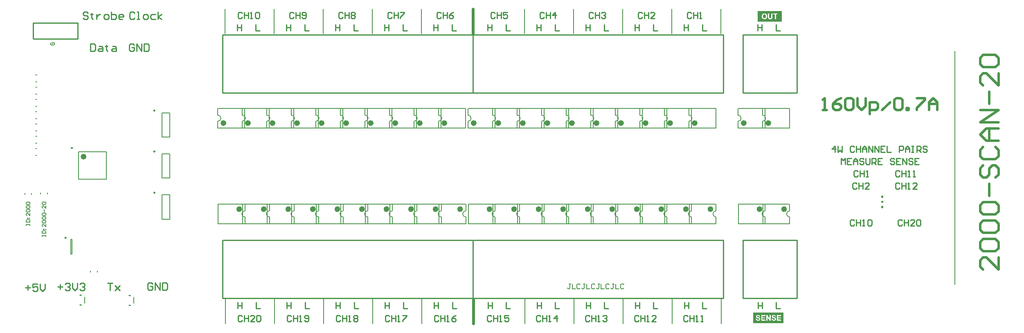
<source format=gbr>
%TF.GenerationSoftware,Altium Limited,Altium Designer,20.0.1 (14)*%
G04 Layer_Color=65535*
%FSLAX25Y25*%
%MOIN*%
%TF.FileFunction,Legend,Top*%
%TF.Part,Single*%
G01*
G75*
%TA.AperFunction,NonConductor*%
%ADD32C,0.00984*%
%ADD33C,0.00800*%
%ADD34C,0.02362*%
%ADD35C,0.00787*%
%ADD36C,0.01000*%
%ADD47C,0.00600*%
%ADD48C,0.02000*%
G36*
X629224Y36322D02*
X609624D01*
Y44947D01*
X629224D01*
Y36322D01*
D02*
G37*
G36*
X630788Y-209378D02*
X606124D01*
Y-200748D01*
X630788D01*
Y-209378D01*
D02*
G37*
%LPC*%
G36*
X621634Y42870D02*
X620731D01*
Y40394D01*
Y40299D01*
X620728Y40209D01*
Y40127D01*
X620725Y40053D01*
X620722Y39985D01*
X620717Y39922D01*
X620714Y39865D01*
X620712Y39815D01*
X620706Y39772D01*
X620703Y39736D01*
X620701Y39703D01*
X620695Y39679D01*
X620692Y39660D01*
Y39646D01*
X620690Y39638D01*
Y39635D01*
X620682Y39594D01*
X620668Y39553D01*
X620635Y39477D01*
X620597Y39411D01*
X620556Y39357D01*
X620537Y39332D01*
X620518Y39310D01*
X620499Y39291D01*
X620485Y39275D01*
X620471Y39264D01*
X620460Y39256D01*
X620455Y39250D01*
X620452Y39248D01*
X620414Y39220D01*
X620373Y39196D01*
X620327Y39176D01*
X620280Y39157D01*
X620231Y39144D01*
X620185Y39130D01*
X620089Y39111D01*
X620046Y39106D01*
X620005Y39100D01*
X619969Y39097D01*
X619936Y39095D01*
X619912Y39092D01*
X619874D01*
X619805Y39095D01*
X619740Y39100D01*
X619680Y39108D01*
X619622Y39116D01*
X619568Y39130D01*
X619519Y39144D01*
X619475Y39157D01*
X619434Y39174D01*
X619398Y39190D01*
X619368Y39204D01*
X619341Y39217D01*
X619319Y39231D01*
X619300Y39239D01*
X619289Y39248D01*
X619281Y39253D01*
X619278Y39256D01*
X619240Y39288D01*
X619205Y39324D01*
X619172Y39359D01*
X619142Y39395D01*
X619117Y39433D01*
X619095Y39469D01*
X619074Y39504D01*
X619057Y39540D01*
X619044Y39572D01*
X619030Y39602D01*
X619022Y39630D01*
X619014Y39652D01*
X619008Y39671D01*
X619003Y39687D01*
X619000Y39695D01*
Y39698D01*
X618994Y39733D01*
X618989Y39780D01*
X618984Y39832D01*
X618981Y39886D01*
X618978Y39946D01*
X618975Y40009D01*
X618973Y40137D01*
X618970Y40198D01*
Y40255D01*
X618967Y40307D01*
Y40353D01*
Y40391D01*
Y40421D01*
Y40432D01*
Y40440D01*
Y40443D01*
Y40446D01*
Y42870D01*
X618063D01*
Y40348D01*
X618066Y40219D01*
X618072Y40099D01*
X618077Y39990D01*
X618083Y39886D01*
X618091Y39794D01*
X618099Y39709D01*
X618107Y39635D01*
X618115Y39567D01*
X618124Y39510D01*
X618132Y39461D01*
X618137Y39419D01*
X618143Y39390D01*
X618148Y39368D01*
X618151Y39354D01*
Y39349D01*
X618164Y39299D01*
X618181Y39253D01*
X618216Y39160D01*
X618260Y39075D01*
X618279Y39037D01*
X618301Y39002D01*
X618323Y38966D01*
X618342Y38939D01*
X618358Y38912D01*
X618375Y38890D01*
X618386Y38873D01*
X618397Y38860D01*
X618402Y38852D01*
X618405Y38849D01*
X618443Y38805D01*
X618484Y38764D01*
X618569Y38691D01*
X618656Y38625D01*
X618700Y38595D01*
X618741Y38570D01*
X618779Y38546D01*
X618814Y38527D01*
X618847Y38508D01*
X618874Y38494D01*
X618896Y38483D01*
X618915Y38475D01*
X618926Y38469D01*
X618929Y38467D01*
X618994Y38442D01*
X619065Y38420D01*
X619142Y38399D01*
X619221Y38382D01*
X619382Y38357D01*
X619461Y38347D01*
X619538Y38341D01*
X619611Y38333D01*
X619680Y38330D01*
X619742Y38328D01*
X619794Y38325D01*
X619841Y38322D01*
X619901D01*
X619999Y38325D01*
X620092Y38328D01*
X620179Y38336D01*
X620261Y38344D01*
X620338Y38352D01*
X620409Y38366D01*
X620474Y38377D01*
X620531Y38390D01*
X620583Y38401D01*
X620630Y38415D01*
X620671Y38426D01*
X620703Y38434D01*
X620731Y38445D01*
X620747Y38450D01*
X620761Y38453D01*
X620763Y38456D01*
X620823Y38483D01*
X620881Y38510D01*
X620935Y38540D01*
X620985Y38568D01*
X621031Y38601D01*
X621075Y38631D01*
X621116Y38658D01*
X621151Y38688D01*
X621184Y38715D01*
X621211Y38740D01*
X621236Y38762D01*
X621255Y38781D01*
X621271Y38797D01*
X621282Y38808D01*
X621288Y38816D01*
X621290Y38819D01*
X621326Y38863D01*
X621359Y38909D01*
X621389Y38955D01*
X621416Y39005D01*
X621462Y39097D01*
X621501Y39187D01*
X621514Y39226D01*
X621528Y39264D01*
X621539Y39297D01*
X621547Y39327D01*
X621552Y39349D01*
X621558Y39368D01*
X621561Y39379D01*
Y39381D01*
X621566Y39414D01*
X621574Y39450D01*
X621585Y39526D01*
X621596Y39611D01*
X621604Y39701D01*
X621610Y39794D01*
X621615Y39889D01*
X621621Y39982D01*
X621626Y40075D01*
X621629Y40165D01*
X621632Y40247D01*
Y40323D01*
Y40356D01*
X621634Y40389D01*
Y42870D01*
D02*
G37*
G36*
X625822D02*
X622265D01*
Y42114D01*
X623592D01*
Y38396D01*
X624495D01*
Y42114D01*
X625822D01*
Y42870D01*
D02*
G37*
G36*
X615230Y42947D02*
X615186D01*
X615085Y42944D01*
X614987Y42939D01*
X614894Y42930D01*
X614807Y42919D01*
X614722Y42906D01*
X614640Y42892D01*
X614566Y42876D01*
X614501Y42859D01*
X614438Y42843D01*
X614384Y42827D01*
X614337Y42813D01*
X614296Y42799D01*
X614263Y42788D01*
X614242Y42780D01*
X614228Y42775D01*
X614222Y42772D01*
X614165Y42745D01*
X614108Y42717D01*
X613999Y42652D01*
X613947Y42619D01*
X613900Y42584D01*
X613854Y42551D01*
X613813Y42518D01*
X613775Y42488D01*
X613742Y42458D01*
X613712Y42433D01*
X613687Y42409D01*
X613668Y42393D01*
X613652Y42376D01*
X613644Y42368D01*
X613641Y42365D01*
X613548Y42261D01*
X613504Y42210D01*
X613466Y42155D01*
X613428Y42103D01*
X613395Y42054D01*
X613362Y42005D01*
X613335Y41958D01*
X613311Y41915D01*
X613289Y41877D01*
X613270Y41841D01*
X613253Y41811D01*
X613242Y41786D01*
X613234Y41770D01*
X613229Y41756D01*
X613226Y41754D01*
X613190Y41664D01*
X613158Y41571D01*
X613130Y41475D01*
X613109Y41380D01*
X613087Y41281D01*
X613070Y41186D01*
X613057Y41093D01*
X613046Y41006D01*
X613038Y40921D01*
X613032Y40845D01*
X613027Y40776D01*
X613024Y40719D01*
Y40694D01*
Y40670D01*
X613021Y40651D01*
Y40604D01*
X613024Y40506D01*
X613027Y40411D01*
X613035Y40318D01*
X613046Y40225D01*
X613059Y40137D01*
X613076Y40053D01*
X613095Y39971D01*
X613114Y39892D01*
X613136Y39815D01*
X613158Y39742D01*
X613182Y39673D01*
X613207Y39605D01*
X613234Y39540D01*
X613261Y39480D01*
X613289Y39422D01*
X613316Y39365D01*
X613343Y39313D01*
X613371Y39264D01*
X613398Y39220D01*
X613425Y39176D01*
X613450Y39138D01*
X613474Y39103D01*
X613496Y39070D01*
X613518Y39040D01*
X613540Y39013D01*
X613556Y38991D01*
X613573Y38972D01*
X613586Y38955D01*
X613597Y38945D01*
X613605Y38936D01*
X613608Y38931D01*
X613611Y38928D01*
X613668Y38873D01*
X613726Y38822D01*
X613786Y38772D01*
X613848Y38729D01*
X613911Y38685D01*
X613977Y38647D01*
X614042Y38611D01*
X614108Y38579D01*
X614242Y38519D01*
X614372Y38469D01*
X614501Y38431D01*
X614626Y38399D01*
X614744Y38374D01*
X614798Y38363D01*
X614853Y38355D01*
X614902Y38347D01*
X614951Y38341D01*
X614995Y38336D01*
X615033Y38333D01*
X615071Y38328D01*
X615104Y38325D01*
X615132D01*
X615156Y38322D01*
X615200D01*
X615290Y38325D01*
X615380Y38330D01*
X615467Y38338D01*
X615549Y38349D01*
X615710Y38379D01*
X615860Y38418D01*
X616002Y38464D01*
X616068Y38489D01*
X616131Y38516D01*
X616191Y38543D01*
X616251Y38570D01*
X616305Y38598D01*
X616357Y38628D01*
X616406Y38655D01*
X616453Y38682D01*
X616497Y38712D01*
X616537Y38737D01*
X616573Y38764D01*
X616608Y38789D01*
X616638Y38813D01*
X616669Y38835D01*
X616693Y38857D01*
X616715Y38873D01*
X616731Y38890D01*
X616748Y38903D01*
X616759Y38917D01*
X616770Y38925D01*
X616772Y38928D01*
X616775Y38931D01*
X616829Y38991D01*
X616879Y39051D01*
X616925Y39114D01*
X616969Y39179D01*
X617010Y39248D01*
X617048Y39316D01*
X617083Y39384D01*
X617116Y39455D01*
X617173Y39594D01*
X617220Y39736D01*
X617261Y39875D01*
X617291Y40009D01*
X617315Y40135D01*
X617326Y40195D01*
X617335Y40252D01*
X617340Y40304D01*
X617346Y40356D01*
X617351Y40405D01*
X617356Y40449D01*
X617359Y40487D01*
X617362Y40522D01*
Y40552D01*
X617365Y40580D01*
Y40626D01*
X617362Y40727D01*
X617359Y40826D01*
X617351Y40921D01*
X617340Y41014D01*
X617326Y41104D01*
X617310Y41191D01*
X617291Y41273D01*
X617272Y41355D01*
X617250Y41431D01*
X617225Y41508D01*
X617201Y41579D01*
X617176Y41647D01*
X617149Y41713D01*
X617122Y41776D01*
X617094Y41833D01*
X617067Y41890D01*
X617040Y41942D01*
X617012Y41991D01*
X616985Y42038D01*
X616958Y42081D01*
X616933Y42122D01*
X616909Y42158D01*
X616884Y42191D01*
X616862Y42221D01*
X616843Y42245D01*
X616824Y42270D01*
X616808Y42289D01*
X616794Y42305D01*
X616783Y42316D01*
X616775Y42324D01*
X616772Y42330D01*
X616770Y42332D01*
X616712Y42387D01*
X616655Y42442D01*
X616595Y42491D01*
X616532Y42534D01*
X616469Y42578D01*
X616404Y42616D01*
X616338Y42655D01*
X616273Y42687D01*
X616139Y42747D01*
X616008Y42796D01*
X615879Y42838D01*
X615757Y42870D01*
X615639Y42895D01*
X615585Y42906D01*
X615530Y42914D01*
X615481Y42922D01*
X615435Y42928D01*
X615391Y42933D01*
X615350Y42939D01*
X615314Y42941D01*
X615282Y42944D01*
X615254D01*
X615230Y42947D01*
D02*
G37*
%LPD*%
G36*
X615298Y42169D02*
X615396Y42158D01*
X615486Y42139D01*
X615571Y42114D01*
X615650Y42087D01*
X615724Y42054D01*
X615792Y42018D01*
X615852Y41986D01*
X615907Y41950D01*
X615953Y41915D01*
X615994Y41882D01*
X616030Y41855D01*
X616054Y41830D01*
X616073Y41811D01*
X616087Y41800D01*
X616090Y41795D01*
X616150Y41721D01*
X616202Y41636D01*
X616248Y41549D01*
X616286Y41456D01*
X616319Y41361D01*
X616346Y41265D01*
X616368Y41172D01*
X616387Y41079D01*
X616401Y40992D01*
X616409Y40913D01*
X616417Y40839D01*
X616420Y40804D01*
X616423Y40774D01*
X616426Y40746D01*
Y40722D01*
X616428Y40700D01*
Y40681D01*
Y40667D01*
Y40656D01*
Y40651D01*
Y40648D01*
X616426Y40506D01*
X616415Y40375D01*
X616396Y40252D01*
X616374Y40137D01*
X616349Y40031D01*
X616319Y39935D01*
X616286Y39851D01*
X616256Y39772D01*
X616223Y39703D01*
X616191Y39643D01*
X616161Y39594D01*
X616136Y39553D01*
X616114Y39520D01*
X616095Y39499D01*
X616084Y39485D01*
X616081Y39480D01*
X616016Y39411D01*
X615945Y39351D01*
X615871Y39299D01*
X615798Y39256D01*
X615724Y39217D01*
X615650Y39187D01*
X615579Y39160D01*
X615511Y39141D01*
X615445Y39125D01*
X615385Y39114D01*
X615334Y39103D01*
X615287Y39097D01*
X615249Y39095D01*
X615222Y39092D01*
X615197D01*
X615099Y39097D01*
X615003Y39108D01*
X614913Y39127D01*
X614828Y39152D01*
X614749Y39182D01*
X614678Y39215D01*
X614610Y39250D01*
X614547Y39288D01*
X614493Y39324D01*
X614443Y39359D01*
X614403Y39392D01*
X614367Y39422D01*
X614340Y39447D01*
X614321Y39466D01*
X614310Y39477D01*
X614304Y39482D01*
X614242Y39562D01*
X614187Y39646D01*
X614141Y39736D01*
X614100Y39829D01*
X614067Y39925D01*
X614040Y40020D01*
X614015Y40116D01*
X613996Y40209D01*
X613982Y40293D01*
X613971Y40375D01*
X613963Y40449D01*
X613960Y40481D01*
X613958Y40512D01*
X613955Y40539D01*
Y40563D01*
Y40585D01*
X613952Y40604D01*
Y40618D01*
Y40629D01*
Y40634D01*
Y40637D01*
X613955Y40776D01*
X613966Y40907D01*
X613985Y41030D01*
X614007Y41145D01*
X614031Y41249D01*
X614061Y41341D01*
X614091Y41429D01*
X614124Y41505D01*
X614154Y41571D01*
X614184Y41631D01*
X614214Y41680D01*
X614242Y41721D01*
X614261Y41751D01*
X614280Y41773D01*
X614291Y41786D01*
X614293Y41792D01*
X614362Y41860D01*
X614430Y41917D01*
X614504Y41969D01*
X614580Y42013D01*
X614656Y42051D01*
X614730Y42081D01*
X614804Y42106D01*
X614875Y42128D01*
X614940Y42141D01*
X615003Y42155D01*
X615058Y42163D01*
X615104Y42169D01*
X615142Y42171D01*
X615172Y42174D01*
X615197D01*
X615298Y42169D01*
D02*
G37*
%LPC*%
G36*
X622834Y-202748D02*
X622776D01*
X622681Y-202751D01*
X622591Y-202753D01*
X622503Y-202762D01*
X622421Y-202772D01*
X622342Y-202783D01*
X622271Y-202797D01*
X622203Y-202811D01*
X622143Y-202824D01*
X622086Y-202841D01*
X622037Y-202854D01*
X621995Y-202868D01*
X621960Y-202879D01*
X621933Y-202890D01*
X621911Y-202898D01*
X621900Y-202901D01*
X621895Y-202904D01*
X621829Y-202934D01*
X621766Y-202966D01*
X621709Y-203002D01*
X621654Y-203040D01*
X621605Y-203078D01*
X621559Y-203116D01*
X621518Y-203152D01*
X621480Y-203187D01*
X621447Y-203223D01*
X621419Y-203253D01*
X621395Y-203283D01*
X621373Y-203308D01*
X621357Y-203329D01*
X621346Y-203343D01*
X621340Y-203354D01*
X621338Y-203357D01*
X621305Y-203414D01*
X621275Y-203469D01*
X621247Y-203526D01*
X621226Y-203583D01*
X621207Y-203638D01*
X621190Y-203690D01*
X621179Y-203739D01*
X621168Y-203788D01*
X621160Y-203832D01*
X621155Y-203873D01*
X621149Y-203908D01*
X621146Y-203938D01*
X621144Y-203963D01*
Y-203979D01*
Y-203993D01*
Y-203995D01*
X621149Y-204094D01*
X621163Y-204187D01*
X621182Y-204277D01*
X621209Y-204361D01*
X621239Y-204440D01*
X621275Y-204514D01*
X621310Y-204582D01*
X621351Y-204645D01*
X621389Y-204702D01*
X621425Y-204752D01*
X621460Y-204795D01*
X621490Y-204831D01*
X621518Y-204858D01*
X621540Y-204880D01*
X621551Y-204891D01*
X621556Y-204896D01*
X621616Y-204945D01*
X621684Y-204989D01*
X621758Y-205036D01*
X621837Y-205077D01*
X621922Y-205115D01*
X622007Y-205150D01*
X622091Y-205186D01*
X622176Y-205216D01*
X622255Y-205243D01*
X622329Y-205268D01*
X622397Y-205290D01*
X622457Y-205306D01*
X622481Y-205314D01*
X622506Y-205319D01*
X622525Y-205325D01*
X622542Y-205330D01*
X622555Y-205333D01*
X622566Y-205336D01*
X622572Y-205339D01*
X622574D01*
X622675Y-205363D01*
X622768Y-205388D01*
X622850Y-205410D01*
X622927Y-205429D01*
X622992Y-205448D01*
X623052Y-205464D01*
X623104Y-205478D01*
X623148Y-205489D01*
X623186Y-205500D01*
X623219Y-205511D01*
X623243Y-205519D01*
X623265Y-205524D01*
X623279Y-205530D01*
X623289Y-205533D01*
X623295Y-205535D01*
X623298D01*
X623339Y-205552D01*
X623380Y-205568D01*
X623415Y-205584D01*
X623445Y-205601D01*
X623475Y-205617D01*
X623502Y-205633D01*
X623527Y-205647D01*
X623546Y-205663D01*
X623582Y-205688D01*
X623603Y-205710D01*
X623617Y-205724D01*
X623623Y-205729D01*
X623655Y-205773D01*
X623677Y-205819D01*
X623694Y-205863D01*
X623707Y-205907D01*
X623713Y-205942D01*
X623715Y-205972D01*
X623718Y-205983D01*
Y-205991D01*
Y-205997D01*
Y-205999D01*
X623715Y-206046D01*
X623710Y-206089D01*
X623696Y-206130D01*
X623683Y-206171D01*
X623647Y-206245D01*
X623628Y-206278D01*
X623606Y-206311D01*
X623584Y-206338D01*
X623565Y-206362D01*
X623546Y-206382D01*
X623530Y-206401D01*
X623516Y-206414D01*
X623505Y-206425D01*
X623497Y-206431D01*
X623494Y-206433D01*
X623451Y-206466D01*
X623401Y-206493D01*
X623352Y-206518D01*
X623298Y-206540D01*
X623243Y-206556D01*
X623188Y-206573D01*
X623082Y-206594D01*
X623033Y-206600D01*
X622987Y-206605D01*
X622946Y-206611D01*
X622907Y-206613D01*
X622877Y-206616D01*
X622836D01*
X622760Y-206613D01*
X622689Y-206608D01*
X622623Y-206597D01*
X622561Y-206583D01*
X622501Y-206567D01*
X622449Y-206551D01*
X622400Y-206532D01*
X622353Y-206512D01*
X622315Y-206493D01*
X622279Y-206474D01*
X622249Y-206458D01*
X622225Y-206442D01*
X622206Y-206428D01*
X622192Y-206417D01*
X622184Y-206412D01*
X622181Y-206409D01*
X622137Y-206368D01*
X622099Y-206321D01*
X622061Y-206272D01*
X622028Y-206220D01*
X622001Y-206166D01*
X621974Y-206111D01*
X621949Y-206059D01*
X621930Y-206005D01*
X621914Y-205956D01*
X621897Y-205909D01*
X621886Y-205868D01*
X621875Y-205830D01*
X621867Y-205800D01*
X621862Y-205778D01*
X621859Y-205765D01*
Y-205759D01*
X620980Y-205844D01*
X621002Y-205980D01*
X621029Y-206108D01*
X621065Y-206229D01*
X621103Y-206338D01*
X621146Y-206442D01*
X621190Y-206534D01*
X621239Y-206622D01*
X621286Y-206698D01*
X621332Y-206764D01*
X621376Y-206824D01*
X621417Y-206873D01*
X621452Y-206914D01*
X621480Y-206947D01*
X621504Y-206968D01*
X621518Y-206982D01*
X621523Y-206988D01*
X621613Y-207056D01*
X621712Y-207116D01*
X621813Y-207168D01*
X621919Y-207214D01*
X622028Y-207252D01*
X622137Y-207282D01*
X622244Y-207310D01*
X622348Y-207329D01*
X622446Y-207345D01*
X622536Y-207356D01*
X622618Y-207367D01*
X622653Y-207370D01*
X622689Y-207372D01*
X622719D01*
X622746Y-207375D01*
X622771D01*
X622790Y-207378D01*
X622828D01*
X622935Y-207375D01*
X623038Y-207370D01*
X623134Y-207364D01*
X623227Y-207353D01*
X623314Y-207340D01*
X623393Y-207326D01*
X623467Y-207312D01*
X623535Y-207296D01*
X623595Y-207282D01*
X623650Y-207269D01*
X623694Y-207255D01*
X623732Y-207241D01*
X623762Y-207230D01*
X623784Y-207225D01*
X623797Y-207220D01*
X623803Y-207217D01*
X623874Y-207184D01*
X623942Y-207149D01*
X624005Y-207110D01*
X624062Y-207069D01*
X624117Y-207029D01*
X624166Y-206988D01*
X624210Y-206947D01*
X624251Y-206906D01*
X624286Y-206867D01*
X624319Y-206832D01*
X624346Y-206799D01*
X624368Y-206772D01*
X624384Y-206750D01*
X624395Y-206731D01*
X624403Y-206720D01*
X624406Y-206717D01*
X624444Y-206655D01*
X624477Y-206589D01*
X624507Y-206526D01*
X624532Y-206463D01*
X624551Y-206401D01*
X624570Y-206341D01*
X624584Y-206286D01*
X624594Y-206231D01*
X624603Y-206182D01*
X624611Y-206136D01*
X624616Y-206095D01*
X624619Y-206062D01*
X624622Y-206035D01*
Y-205997D01*
X624619Y-205917D01*
X624614Y-205844D01*
X624605Y-205773D01*
X624594Y-205704D01*
X624581Y-205642D01*
X624565Y-205584D01*
X624548Y-205530D01*
X624532Y-205481D01*
X624515Y-205437D01*
X624499Y-205396D01*
X624483Y-205363D01*
X624469Y-205336D01*
X624458Y-205314D01*
X624450Y-205298D01*
X624444Y-205287D01*
X624442Y-205284D01*
X624406Y-205232D01*
X624371Y-205180D01*
X624330Y-205134D01*
X624289Y-205090D01*
X624248Y-205049D01*
X624207Y-205014D01*
X624166Y-204978D01*
X624128Y-204948D01*
X624092Y-204921D01*
X624057Y-204896D01*
X624027Y-204874D01*
X623999Y-204858D01*
X623978Y-204844D01*
X623961Y-204836D01*
X623950Y-204831D01*
X623947Y-204828D01*
X623885Y-204798D01*
X623814Y-204765D01*
X623740Y-204735D01*
X623661Y-204708D01*
X623500Y-204653D01*
X623418Y-204629D01*
X623341Y-204604D01*
X623265Y-204582D01*
X623197Y-204563D01*
X623134Y-204547D01*
X623079Y-204533D01*
X623055Y-204528D01*
X623033Y-204522D01*
X623014Y-204517D01*
X623000Y-204514D01*
X622987Y-204509D01*
X622978D01*
X622973Y-204506D01*
X622970D01*
X622910Y-204492D01*
X622853Y-204476D01*
X622798Y-204462D01*
X622746Y-204449D01*
X622648Y-204421D01*
X622563Y-204394D01*
X622487Y-204367D01*
X622419Y-204342D01*
X622359Y-204320D01*
X622309Y-204298D01*
X622266Y-204277D01*
X622230Y-204260D01*
X622200Y-204244D01*
X622178Y-204230D01*
X622159Y-204219D01*
X622148Y-204211D01*
X622143Y-204208D01*
X622140Y-204206D01*
X622116Y-204184D01*
X622096Y-204162D01*
X622077Y-204140D01*
X622064Y-204116D01*
X622039Y-204072D01*
X622023Y-204028D01*
X622015Y-203990D01*
X622009Y-203963D01*
X622007Y-203952D01*
Y-203944D01*
Y-203938D01*
Y-203935D01*
X622009Y-203903D01*
X622012Y-203873D01*
X622028Y-203818D01*
X622053Y-203772D01*
X622080Y-203731D01*
X622105Y-203698D01*
X622129Y-203676D01*
X622146Y-203662D01*
X622148Y-203657D01*
X622151D01*
X622195Y-203630D01*
X622241Y-203602D01*
X622290Y-203583D01*
X622342Y-203564D01*
X622391Y-203548D01*
X622443Y-203534D01*
X622542Y-203515D01*
X622588Y-203509D01*
X622632Y-203504D01*
X622670Y-203501D01*
X622703Y-203499D01*
X622730Y-203496D01*
X622768D01*
X622836Y-203499D01*
X622902Y-203501D01*
X622962Y-203509D01*
X623019Y-203520D01*
X623071Y-203531D01*
X623118Y-203542D01*
X623159Y-203556D01*
X623197Y-203570D01*
X623230Y-203586D01*
X623259Y-203600D01*
X623284Y-203610D01*
X623303Y-203622D01*
X623320Y-203632D01*
X623330Y-203641D01*
X623336Y-203643D01*
X623339Y-203646D01*
X623374Y-203676D01*
X623404Y-203712D01*
X623434Y-203747D01*
X623459Y-203788D01*
X623502Y-203870D01*
X623535Y-203952D01*
X623549Y-203990D01*
X623560Y-204026D01*
X623571Y-204058D01*
X623579Y-204086D01*
X623584Y-204110D01*
X623587Y-204127D01*
X623590Y-204140D01*
Y-204143D01*
X624494Y-204102D01*
X624485Y-203990D01*
X624469Y-203884D01*
X624444Y-203783D01*
X624414Y-203687D01*
X624379Y-203600D01*
X624343Y-203518D01*
X624302Y-203444D01*
X624261Y-203379D01*
X624221Y-203318D01*
X624182Y-203267D01*
X624144Y-203220D01*
X624114Y-203185D01*
X624084Y-203155D01*
X624065Y-203133D01*
X624051Y-203122D01*
X624046Y-203116D01*
X623961Y-203051D01*
X623868Y-202994D01*
X623770Y-202944D01*
X623669Y-202904D01*
X623563Y-202868D01*
X623456Y-202838D01*
X623352Y-202813D01*
X623251Y-202794D01*
X623156Y-202778D01*
X623066Y-202767D01*
X622984Y-202759D01*
X622948Y-202756D01*
X622916Y-202753D01*
X622886Y-202751D01*
X622858D01*
X622834Y-202748D01*
D02*
G37*
G36*
X609975D02*
X609918D01*
X609823Y-202751D01*
X609732Y-202753D01*
X609645Y-202762D01*
X609563Y-202772D01*
X609484Y-202783D01*
X609413Y-202797D01*
X609345Y-202811D01*
X609285Y-202824D01*
X609227Y-202841D01*
X609178Y-202854D01*
X609137Y-202868D01*
X609102Y-202879D01*
X609074Y-202890D01*
X609053Y-202898D01*
X609042Y-202901D01*
X609036Y-202904D01*
X608971Y-202934D01*
X608908Y-202966D01*
X608851Y-203002D01*
X608796Y-203040D01*
X608747Y-203078D01*
X608700Y-203116D01*
X608660Y-203152D01*
X608621Y-203187D01*
X608589Y-203223D01*
X608561Y-203253D01*
X608537Y-203283D01*
X608515Y-203308D01*
X608498Y-203329D01*
X608488Y-203343D01*
X608482Y-203354D01*
X608479Y-203357D01*
X608447Y-203414D01*
X608417Y-203469D01*
X608389Y-203526D01*
X608367Y-203583D01*
X608348Y-203638D01*
X608332Y-203690D01*
X608321Y-203739D01*
X608310Y-203788D01*
X608302Y-203832D01*
X608296Y-203873D01*
X608291Y-203908D01*
X608288Y-203938D01*
X608286Y-203963D01*
Y-203979D01*
Y-203993D01*
Y-203995D01*
X608291Y-204094D01*
X608305Y-204187D01*
X608324Y-204277D01*
X608351Y-204361D01*
X608381Y-204440D01*
X608417Y-204514D01*
X608452Y-204582D01*
X608493Y-204645D01*
X608531Y-204702D01*
X608567Y-204752D01*
X608602Y-204795D01*
X608632Y-204831D01*
X608660Y-204858D01*
X608681Y-204880D01*
X608692Y-204891D01*
X608698Y-204896D01*
X608758Y-204945D01*
X608826Y-204989D01*
X608900Y-205036D01*
X608979Y-205077D01*
X609063Y-205115D01*
X609148Y-205150D01*
X609233Y-205186D01*
X609317Y-205216D01*
X609397Y-205243D01*
X609470Y-205268D01*
X609539Y-205290D01*
X609599Y-205306D01*
X609623Y-205314D01*
X609648Y-205319D01*
X609667Y-205325D01*
X609683Y-205330D01*
X609697Y-205333D01*
X609708Y-205336D01*
X609713Y-205339D01*
X609716D01*
X609817Y-205363D01*
X609910Y-205388D01*
X609992Y-205410D01*
X610068Y-205429D01*
X610134Y-205448D01*
X610194Y-205464D01*
X610246Y-205478D01*
X610289Y-205489D01*
X610327Y-205500D01*
X610360Y-205511D01*
X610385Y-205519D01*
X610407Y-205524D01*
X610420Y-205530D01*
X610431Y-205533D01*
X610437Y-205535D01*
X610439D01*
X610480Y-205552D01*
X610521Y-205568D01*
X610557Y-205584D01*
X610587Y-205601D01*
X610617Y-205617D01*
X610644Y-205633D01*
X610669Y-205647D01*
X610688Y-205663D01*
X610723Y-205688D01*
X610745Y-205710D01*
X610759Y-205724D01*
X610764Y-205729D01*
X610797Y-205773D01*
X610819Y-205819D01*
X610835Y-205863D01*
X610849Y-205907D01*
X610854Y-205942D01*
X610857Y-205972D01*
X610860Y-205983D01*
Y-205991D01*
Y-205997D01*
Y-205999D01*
X610857Y-206046D01*
X610852Y-206089D01*
X610838Y-206130D01*
X610824Y-206171D01*
X610789Y-206245D01*
X610770Y-206278D01*
X610748Y-206311D01*
X610726Y-206338D01*
X610707Y-206362D01*
X610688Y-206382D01*
X610672Y-206401D01*
X610658Y-206414D01*
X610647Y-206425D01*
X610639Y-206431D01*
X610636Y-206433D01*
X610592Y-206466D01*
X610543Y-206493D01*
X610494Y-206518D01*
X610439Y-206540D01*
X610385Y-206556D01*
X610330Y-206573D01*
X610224Y-206594D01*
X610175Y-206600D01*
X610128Y-206605D01*
X610087Y-206611D01*
X610049Y-206613D01*
X610019Y-206616D01*
X609978D01*
X609902Y-206613D01*
X609831Y-206608D01*
X609765Y-206597D01*
X609702Y-206583D01*
X609642Y-206567D01*
X609590Y-206551D01*
X609541Y-206532D01*
X609495Y-206512D01*
X609457Y-206493D01*
X609421Y-206474D01*
X609391Y-206458D01*
X609367Y-206442D01*
X609347Y-206428D01*
X609334Y-206417D01*
X609326Y-206412D01*
X609323Y-206409D01*
X609279Y-206368D01*
X609241Y-206321D01*
X609203Y-206272D01*
X609170Y-206220D01*
X609143Y-206166D01*
X609115Y-206111D01*
X609091Y-206059D01*
X609072Y-206005D01*
X609055Y-205956D01*
X609039Y-205909D01*
X609028Y-205868D01*
X609017Y-205830D01*
X609009Y-205800D01*
X609003Y-205778D01*
X609001Y-205765D01*
Y-205759D01*
X608122Y-205844D01*
X608144Y-205980D01*
X608171Y-206108D01*
X608206Y-206229D01*
X608245Y-206338D01*
X608288Y-206442D01*
X608332Y-206534D01*
X608381Y-206622D01*
X608427Y-206698D01*
X608474Y-206764D01*
X608518Y-206824D01*
X608559Y-206873D01*
X608594Y-206914D01*
X608621Y-206947D01*
X608646Y-206968D01*
X608660Y-206982D01*
X608665Y-206988D01*
X608755Y-207056D01*
X608853Y-207116D01*
X608954Y-207168D01*
X609061Y-207214D01*
X609170Y-207252D01*
X609279Y-207282D01*
X609386Y-207310D01*
X609489Y-207329D01*
X609588Y-207345D01*
X609678Y-207356D01*
X609760Y-207367D01*
X609795Y-207370D01*
X609831Y-207372D01*
X609861D01*
X609888Y-207375D01*
X609913D01*
X609932Y-207378D01*
X609970D01*
X610076Y-207375D01*
X610180Y-207370D01*
X610276Y-207364D01*
X610368Y-207353D01*
X610456Y-207340D01*
X610535Y-207326D01*
X610609Y-207312D01*
X610677Y-207296D01*
X610737Y-207282D01*
X610792Y-207269D01*
X610835Y-207255D01*
X610874Y-207241D01*
X610904Y-207230D01*
X610925Y-207225D01*
X610939Y-207220D01*
X610945Y-207217D01*
X611016Y-207184D01*
X611084Y-207149D01*
X611146Y-207110D01*
X611204Y-207069D01*
X611258Y-207029D01*
X611308Y-206988D01*
X611351Y-206947D01*
X611392Y-206906D01*
X611428Y-206867D01*
X611460Y-206832D01*
X611488Y-206799D01*
X611510Y-206772D01*
X611526Y-206750D01*
X611537Y-206731D01*
X611545Y-206720D01*
X611548Y-206717D01*
X611586Y-206655D01*
X611619Y-206589D01*
X611649Y-206526D01*
X611673Y-206463D01*
X611692Y-206401D01*
X611712Y-206341D01*
X611725Y-206286D01*
X611736Y-206231D01*
X611744Y-206182D01*
X611753Y-206136D01*
X611758Y-206095D01*
X611761Y-206062D01*
X611763Y-206035D01*
Y-205997D01*
X611761Y-205917D01*
X611755Y-205844D01*
X611747Y-205773D01*
X611736Y-205704D01*
X611723Y-205642D01*
X611706Y-205584D01*
X611690Y-205530D01*
X611673Y-205481D01*
X611657Y-205437D01*
X611641Y-205396D01*
X611624Y-205363D01*
X611611Y-205336D01*
X611600Y-205314D01*
X611591Y-205298D01*
X611586Y-205287D01*
X611583Y-205284D01*
X611548Y-205232D01*
X611512Y-205180D01*
X611471Y-205134D01*
X611430Y-205090D01*
X611389Y-205049D01*
X611348Y-205014D01*
X611308Y-204978D01*
X611269Y-204948D01*
X611234Y-204921D01*
X611198Y-204896D01*
X611168Y-204874D01*
X611141Y-204858D01*
X611119Y-204844D01*
X611103Y-204836D01*
X611092Y-204831D01*
X611089Y-204828D01*
X611026Y-204798D01*
X610955Y-204765D01*
X610882Y-204735D01*
X610803Y-204708D01*
X610641Y-204653D01*
X610560Y-204629D01*
X610483Y-204604D01*
X610407Y-204582D01*
X610338Y-204563D01*
X610276Y-204547D01*
X610221Y-204533D01*
X610196Y-204528D01*
X610175Y-204522D01*
X610155Y-204517D01*
X610142Y-204514D01*
X610128Y-204509D01*
X610120D01*
X610115Y-204506D01*
X610112D01*
X610052Y-204492D01*
X609994Y-204476D01*
X609940Y-204462D01*
X609888Y-204449D01*
X609790Y-204421D01*
X609705Y-204394D01*
X609629Y-204367D01*
X609560Y-204342D01*
X609500Y-204320D01*
X609451Y-204298D01*
X609408Y-204277D01*
X609372Y-204260D01*
X609342Y-204244D01*
X609320Y-204230D01*
X609301Y-204219D01*
X609290Y-204211D01*
X609285Y-204208D01*
X609282Y-204206D01*
X609257Y-204184D01*
X609238Y-204162D01*
X609219Y-204140D01*
X609205Y-204116D01*
X609181Y-204072D01*
X609164Y-204028D01*
X609156Y-203990D01*
X609151Y-203963D01*
X609148Y-203952D01*
Y-203944D01*
Y-203938D01*
Y-203935D01*
X609151Y-203903D01*
X609154Y-203873D01*
X609170Y-203818D01*
X609195Y-203772D01*
X609222Y-203731D01*
X609246Y-203698D01*
X609271Y-203676D01*
X609287Y-203662D01*
X609290Y-203657D01*
X609293D01*
X609337Y-203630D01*
X609383Y-203602D01*
X609432Y-203583D01*
X609484Y-203564D01*
X609533Y-203548D01*
X609585Y-203534D01*
X609683Y-203515D01*
X609730Y-203509D01*
X609773Y-203504D01*
X609811Y-203501D01*
X609844Y-203499D01*
X609872Y-203496D01*
X609910D01*
X609978Y-203499D01*
X610044Y-203501D01*
X610104Y-203509D01*
X610161Y-203520D01*
X610213Y-203531D01*
X610259Y-203542D01*
X610300Y-203556D01*
X610338Y-203570D01*
X610371Y-203586D01*
X610401Y-203600D01*
X610426Y-203610D01*
X610445Y-203622D01*
X610461Y-203632D01*
X610472Y-203641D01*
X610478Y-203643D01*
X610480Y-203646D01*
X610516Y-203676D01*
X610546Y-203712D01*
X610576Y-203747D01*
X610601Y-203788D01*
X610644Y-203870D01*
X610677Y-203952D01*
X610691Y-203990D01*
X610702Y-204026D01*
X610712Y-204058D01*
X610721Y-204086D01*
X610726Y-204110D01*
X610729Y-204127D01*
X610732Y-204140D01*
Y-204143D01*
X611635Y-204102D01*
X611627Y-203990D01*
X611611Y-203884D01*
X611586Y-203783D01*
X611556Y-203687D01*
X611520Y-203600D01*
X611485Y-203518D01*
X611444Y-203444D01*
X611403Y-203379D01*
X611362Y-203318D01*
X611324Y-203267D01*
X611286Y-203220D01*
X611256Y-203185D01*
X611226Y-203155D01*
X611207Y-203133D01*
X611193Y-203122D01*
X611188Y-203116D01*
X611103Y-203051D01*
X611010Y-202994D01*
X610912Y-202944D01*
X610811Y-202904D01*
X610704Y-202868D01*
X610598Y-202838D01*
X610494Y-202813D01*
X610393Y-202794D01*
X610297Y-202778D01*
X610207Y-202767D01*
X610125Y-202759D01*
X610090Y-202756D01*
X610057Y-202753D01*
X610027Y-202751D01*
X610000D01*
X609975Y-202748D01*
D02*
G37*
G36*
X620257Y-202824D02*
X619416D01*
Y-205814D01*
X617584Y-202824D01*
X616705D01*
Y-207299D01*
X617543D01*
Y-204380D01*
X619347Y-207299D01*
X620257D01*
Y-202824D01*
D02*
G37*
G36*
X628700D02*
X625381D01*
Y-207299D01*
X628785D01*
Y-206545D01*
X626284D01*
Y-205328D01*
X628534D01*
Y-204574D01*
X626284D01*
Y-203580D01*
X628700D01*
Y-202824D01*
D02*
G37*
G36*
X615842D02*
X612522D01*
Y-207299D01*
X615927D01*
Y-206545D01*
X613426D01*
Y-205328D01*
X615676D01*
Y-204574D01*
X613426D01*
Y-203580D01*
X615842D01*
Y-202824D01*
D02*
G37*
%LPD*%
D32*
X118532Y-103030D02*
G03*
X118532Y-103030I-492J0D01*
G01*
X118532Y-69474D02*
G03*
X118532Y-69474I-492J0D01*
G01*
Y-36075D02*
G03*
X118532Y-36075I-492J0D01*
G01*
X51437Y-66608D02*
G03*
X51437Y-66608I-492J0D01*
G01*
X46192Y-139816D02*
G03*
X46192Y-139816I-492J0D01*
G01*
D33*
X499724Y26445D02*
Y46445D01*
X539724Y26445D02*
Y46445D01*
X579724Y26445D02*
Y46445D01*
X459724Y26445D02*
Y46445D01*
X419724Y26445D02*
Y46445D01*
X335787Y26445D02*
Y46445D01*
X295787Y26445D02*
Y46445D01*
X255787Y26445D02*
Y46445D01*
X215787Y26445D02*
Y46445D01*
X175787Y26445D02*
Y46445D01*
X175887Y-209755D02*
Y-189755D01*
X215887Y-209755D02*
Y-189755D01*
X255887Y-209755D02*
Y-189755D01*
X295887Y-209755D02*
Y-189755D01*
X335887Y-209755D02*
Y-189755D01*
X419824Y-209755D02*
Y-189755D01*
X459824Y-209755D02*
Y-189755D01*
X579824Y-209755D02*
Y-189755D01*
X539824Y-209755D02*
Y-189755D01*
X499824Y-209755D02*
Y-189755D01*
X34001Y19199D02*
X33501Y18699D01*
Y17700D01*
X34001Y17200D01*
X36000D01*
X36500Y17700D01*
Y18699D01*
X36000Y19199D01*
X35001D01*
Y18200D01*
X26753Y-138686D02*
Y-137686D01*
Y-138186D01*
X29752D01*
Y-138686D01*
Y-137686D01*
X26753Y-136187D02*
X29752D01*
Y-134687D01*
X29253Y-134187D01*
X27253D01*
X26753Y-134687D01*
Y-136187D01*
X27753Y-133188D02*
Y-132688D01*
X28253D01*
Y-133188D01*
X27753D01*
X29253D02*
Y-132688D01*
X29752D01*
Y-133188D01*
X29253D01*
X29752Y-128689D02*
Y-130689D01*
X27753Y-128689D01*
X27253D01*
X26753Y-129189D01*
Y-130189D01*
X27253Y-130689D01*
Y-127690D02*
X26753Y-127190D01*
Y-126190D01*
X27253Y-125690D01*
X29253D01*
X29752Y-126190D01*
Y-127190D01*
X29253Y-127690D01*
X27253D01*
Y-124691D02*
X26753Y-124191D01*
Y-123191D01*
X27253Y-122691D01*
X29253D01*
X29752Y-123191D01*
Y-124191D01*
X29253Y-124691D01*
X27253D01*
Y-121692D02*
X26753Y-121192D01*
Y-120192D01*
X27253Y-119692D01*
X29253D01*
X29752Y-120192D01*
Y-121192D01*
X29253Y-121692D01*
X27253D01*
X28253Y-118693D02*
Y-116693D01*
X29752Y-113694D02*
Y-115693D01*
X27753Y-113694D01*
X27253D01*
X26753Y-114194D01*
Y-115194D01*
X27253Y-115693D01*
Y-112695D02*
X26753Y-112195D01*
Y-111195D01*
X27253Y-110695D01*
X29253D01*
X29752Y-111195D01*
Y-112195D01*
X29253Y-112695D01*
X27253D01*
X13721Y-129720D02*
Y-128720D01*
Y-129220D01*
X16720D01*
Y-129720D01*
Y-128720D01*
X13721Y-127220D02*
X16720D01*
Y-125721D01*
X16220Y-125221D01*
X14221D01*
X13721Y-125721D01*
Y-127220D01*
X14721Y-124222D02*
Y-123722D01*
X15221D01*
Y-124222D01*
X14721D01*
X16220D02*
Y-123722D01*
X16720D01*
Y-124222D01*
X16220D01*
X16720Y-119723D02*
Y-121722D01*
X14721Y-119723D01*
X14221D01*
X13721Y-120223D01*
Y-121222D01*
X14221Y-121722D01*
Y-118723D02*
X13721Y-118223D01*
Y-117224D01*
X14221Y-116724D01*
X16220D01*
X16720Y-117224D01*
Y-118223D01*
X16220Y-118723D01*
X14221D01*
Y-115724D02*
X13721Y-115224D01*
Y-114225D01*
X14221Y-113725D01*
X16220D01*
X16720Y-114225D01*
Y-115224D01*
X16220Y-115724D01*
X14221D01*
Y-112725D02*
X13721Y-112225D01*
Y-111226D01*
X14221Y-110726D01*
X16220D01*
X16720Y-111226D01*
Y-112225D01*
X16220Y-112725D01*
X14221D01*
D34*
X379488Y-46315D02*
G03*
X379488Y-46315I-1181J0D01*
G01*
X399488D02*
G03*
X399488Y-46315I-1181J0D01*
G01*
X419488D02*
G03*
X419488Y-46315I-1181J0D01*
G01*
X439488D02*
G03*
X439488Y-46315I-1181J0D01*
G01*
X459488D02*
G03*
X459488Y-46315I-1181J0D01*
G01*
X479488D02*
G03*
X479488Y-46315I-1181J0D01*
G01*
X499488D02*
G03*
X499488Y-46315I-1181J0D01*
G01*
X519488D02*
G03*
X519488Y-46315I-1181J0D01*
G01*
X539488D02*
G03*
X539488Y-46315I-1181J0D01*
G01*
X559488D02*
G03*
X559488Y-46315I-1181J0D01*
G01*
X175551D02*
G03*
X175551Y-46315I-1181J0D01*
G01*
X195551D02*
G03*
X195551Y-46315I-1181J0D01*
G01*
X215551D02*
G03*
X215551Y-46315I-1181J0D01*
G01*
X235551D02*
G03*
X235551Y-46315I-1181J0D01*
G01*
X255551D02*
G03*
X255551Y-46315I-1181J0D01*
G01*
X275551D02*
G03*
X275551Y-46315I-1181J0D01*
G01*
X295551D02*
G03*
X295551Y-46315I-1181J0D01*
G01*
X315551D02*
G03*
X315551Y-46315I-1181J0D01*
G01*
X335551D02*
G03*
X335551Y-46315I-1181J0D01*
G01*
X355551D02*
G03*
X355551Y-46315I-1181J0D01*
G01*
X392323Y-116441D02*
G03*
X392323Y-116441I-1181J0D01*
G01*
X412323D02*
G03*
X412323Y-116441I-1181J0D01*
G01*
X432323D02*
G03*
X432323Y-116441I-1181J0D01*
G01*
X452323D02*
G03*
X452323Y-116441I-1181J0D01*
G01*
X472323D02*
G03*
X472323Y-116441I-1181J0D01*
G01*
X492323D02*
G03*
X492323Y-116441I-1181J0D01*
G01*
X512323D02*
G03*
X512323Y-116441I-1181J0D01*
G01*
X532323D02*
G03*
X532323Y-116441I-1181J0D01*
G01*
X552323D02*
G03*
X552323Y-116441I-1181J0D01*
G01*
X572323D02*
G03*
X572323Y-116441I-1181J0D01*
G01*
X188386D02*
G03*
X188386Y-116441I-1181J0D01*
G01*
X208386D02*
G03*
X208386Y-116441I-1181J0D01*
G01*
X228386D02*
G03*
X228386Y-116441I-1181J0D01*
G01*
X248386D02*
G03*
X248386Y-116441I-1181J0D01*
G01*
X268386D02*
G03*
X268386Y-116441I-1181J0D01*
G01*
X288386D02*
G03*
X288386Y-116441I-1181J0D01*
G01*
X308386D02*
G03*
X308386Y-116441I-1181J0D01*
G01*
X328386D02*
G03*
X328386Y-116441I-1181J0D01*
G01*
X348386D02*
G03*
X348386Y-116441I-1181J0D01*
G01*
X368386D02*
G03*
X368386Y-116441I-1181J0D01*
G01*
X599488Y-46315D02*
G03*
X599488Y-46315I-1181J0D01*
G01*
X619488D02*
G03*
X619488Y-46315I-1181J0D01*
G01*
X612323Y-116441D02*
G03*
X612323Y-116441I-1181J0D01*
G01*
X632323D02*
G03*
X632323Y-116441I-1181J0D01*
G01*
X61575Y-73694D02*
G03*
X61575Y-73694I-1181J0D01*
G01*
X377787Y26445D02*
Y46445D01*
X377887Y-209755D02*
Y-189755D01*
D35*
X373681Y-44878D02*
G03*
X373681Y-39878I0J2500D01*
G01*
X393681Y-44878D02*
G03*
X393681Y-39878I0J2500D01*
G01*
X413681Y-44878D02*
G03*
X413681Y-39878I0J2500D01*
G01*
X433681Y-44878D02*
G03*
X433681Y-39878I0J2500D01*
G01*
X453681Y-44878D02*
G03*
X453681Y-39878I0J2500D01*
G01*
X473681Y-44878D02*
G03*
X473681Y-39878I0J2500D01*
G01*
X493681Y-44878D02*
G03*
X493681Y-39878I0J2500D01*
G01*
X513681Y-44878D02*
G03*
X513681Y-39878I0J2500D01*
G01*
X533681Y-44878D02*
G03*
X533681Y-39878I0J2500D01*
G01*
X553681Y-44878D02*
G03*
X553681Y-39878I0J2500D01*
G01*
X169744Y-44878D02*
G03*
X169744Y-39878I0J2500D01*
G01*
X189744Y-44878D02*
G03*
X189744Y-39878I0J2500D01*
G01*
X209744Y-44878D02*
G03*
X209744Y-39878I0J2500D01*
G01*
X229744Y-44878D02*
G03*
X229744Y-39878I0J2500D01*
G01*
X249744Y-44878D02*
G03*
X249744Y-39878I0J2500D01*
G01*
X269744Y-44878D02*
G03*
X269744Y-39878I0J2500D01*
G01*
X289744Y-44878D02*
G03*
X289744Y-39878I0J2500D01*
G01*
X309744Y-44878D02*
G03*
X309744Y-39878I0J2500D01*
G01*
X329744Y-44878D02*
G03*
X329744Y-39878I0J2500D01*
G01*
X349744Y-44878D02*
G03*
X349744Y-39878I0J2500D01*
G01*
X395768Y-117878D02*
G03*
X395768Y-122878I0J-2500D01*
G01*
X415768Y-117878D02*
G03*
X415768Y-122878I0J-2500D01*
G01*
X435768Y-117878D02*
G03*
X435768Y-122878I0J-2500D01*
G01*
X455768Y-117878D02*
G03*
X455768Y-122878I0J-2500D01*
G01*
X475768Y-117878D02*
G03*
X475768Y-122878I0J-2500D01*
G01*
X495768Y-117878D02*
G03*
X495768Y-122878I0J-2500D01*
G01*
X515768Y-117878D02*
G03*
X515768Y-122878I0J-2500D01*
G01*
X535768Y-117878D02*
G03*
X535768Y-122878I0J-2500D01*
G01*
X555768Y-117878D02*
G03*
X555768Y-122878I0J-2500D01*
G01*
X575768Y-117878D02*
G03*
X575768Y-122878I0J-2500D01*
G01*
X191831Y-117878D02*
G03*
X191831Y-122878I0J-2500D01*
G01*
X211831Y-117878D02*
G03*
X211831Y-122878I0J-2500D01*
G01*
X231831Y-117878D02*
G03*
X231831Y-122878I0J-2500D01*
G01*
X251831Y-117878D02*
G03*
X251831Y-122878I0J-2500D01*
G01*
X271831Y-117878D02*
G03*
X271831Y-122878I0J-2500D01*
G01*
X291831Y-117878D02*
G03*
X291831Y-122878I0J-2500D01*
G01*
X311831Y-117878D02*
G03*
X311831Y-122878I0J-2500D01*
G01*
X331831Y-117878D02*
G03*
X331831Y-122878I0J-2500D01*
G01*
X351831Y-117878D02*
G03*
X351831Y-122878I0J-2500D01*
G01*
X371831Y-117878D02*
G03*
X371831Y-122878I0J-2500D01*
G01*
X593681Y-44878D02*
G03*
X593681Y-39878I0J2500D01*
G01*
X613681Y-44878D02*
G03*
X613681Y-39878I0J2500D01*
G01*
X615768Y-117878D02*
G03*
X615768Y-122878I0J-2500D01*
G01*
X635768Y-117878D02*
G03*
X635768Y-122878I0J-2500D01*
G01*
X373976Y-50252D02*
X395571D01*
X373878Y-34504D02*
X395571D01*
X373681Y-50252D02*
Y-44878D01*
Y-39878D02*
Y-34504D01*
X395571Y-50252D02*
Y-34504D01*
X415571Y-50252D02*
Y-34504D01*
X393681Y-39878D02*
Y-34504D01*
Y-50252D02*
Y-44878D01*
X393878Y-34504D02*
X415571D01*
X393976Y-50252D02*
X415571D01*
X413976D02*
X435571D01*
X413878Y-34504D02*
X435571D01*
X413681Y-50252D02*
Y-44878D01*
Y-39878D02*
Y-34504D01*
X435571Y-50252D02*
Y-34504D01*
X455571Y-50252D02*
Y-34504D01*
X433681Y-39878D02*
Y-34504D01*
Y-50252D02*
Y-44878D01*
X433878Y-34504D02*
X455571D01*
X433976Y-50252D02*
X455571D01*
X453976D02*
X475571D01*
X453878Y-34504D02*
X475571D01*
X453681Y-50252D02*
Y-44878D01*
Y-39878D02*
Y-34504D01*
X475571Y-50252D02*
Y-34504D01*
X495571Y-50252D02*
Y-34504D01*
X473681Y-39878D02*
Y-34504D01*
Y-50252D02*
Y-44878D01*
X473878Y-34504D02*
X495571D01*
X473976Y-50252D02*
X495571D01*
X493976D02*
X515571D01*
X493878Y-34504D02*
X515571D01*
X493681Y-50252D02*
Y-44878D01*
Y-39878D02*
Y-34504D01*
X515571Y-50252D02*
Y-34504D01*
X535571Y-50252D02*
Y-34504D01*
X513681Y-39878D02*
Y-34504D01*
Y-50252D02*
Y-44878D01*
X513878Y-34504D02*
X535571D01*
X513976Y-50252D02*
X535571D01*
X533976D02*
X555571D01*
X533878Y-34504D02*
X555571D01*
X533681Y-50252D02*
Y-44878D01*
Y-39878D02*
Y-34504D01*
X555571Y-50252D02*
Y-34504D01*
X575571Y-50252D02*
Y-34504D01*
X553681Y-39878D02*
Y-34504D01*
Y-50252D02*
Y-44878D01*
X553878Y-34504D02*
X575571D01*
X553976Y-50252D02*
X575571D01*
X170039D02*
X191634D01*
X169941Y-34504D02*
X191634D01*
X169744Y-50252D02*
Y-44878D01*
Y-39878D02*
Y-34504D01*
X191634Y-50252D02*
Y-34504D01*
X211634Y-50252D02*
Y-34504D01*
X189744Y-39878D02*
Y-34504D01*
Y-50252D02*
Y-44878D01*
X189941Y-34504D02*
X211634D01*
X190039Y-50252D02*
X211634D01*
X210039D02*
X231634D01*
X209941Y-34504D02*
X231634D01*
X209744Y-50252D02*
Y-44878D01*
Y-39878D02*
Y-34504D01*
X231634Y-50252D02*
Y-34504D01*
X251634Y-50252D02*
Y-34504D01*
X229744Y-39878D02*
Y-34504D01*
Y-50252D02*
Y-44878D01*
X229941Y-34504D02*
X251634D01*
X230039Y-50252D02*
X251634D01*
X250039D02*
X271634D01*
X249941Y-34504D02*
X271634D01*
X249744Y-50252D02*
Y-44878D01*
Y-39878D02*
Y-34504D01*
X271634Y-50252D02*
Y-34504D01*
X291634Y-50252D02*
Y-34504D01*
X269744Y-39878D02*
Y-34504D01*
Y-50252D02*
Y-44878D01*
X269941Y-34504D02*
X291634D01*
X270039Y-50252D02*
X291634D01*
X290039D02*
X311634D01*
X289941Y-34504D02*
X311634D01*
X289744Y-50252D02*
Y-44878D01*
Y-39878D02*
Y-34504D01*
X311634Y-50252D02*
Y-34504D01*
X331634Y-50252D02*
Y-34504D01*
X309744Y-39878D02*
Y-34504D01*
Y-50252D02*
Y-44878D01*
X309941Y-34504D02*
X331634D01*
X310039Y-50252D02*
X331634D01*
X330039D02*
X351634D01*
X329941Y-34504D02*
X351634D01*
X329744Y-50252D02*
Y-44878D01*
Y-39878D02*
Y-34504D01*
X351634Y-50252D02*
Y-34504D01*
X371634Y-50252D02*
Y-34504D01*
X349744Y-39878D02*
Y-34504D01*
Y-50252D02*
Y-44878D01*
X349941Y-34504D02*
X371634D01*
X350039Y-50252D02*
X371634D01*
X373878Y-112504D02*
X395472D01*
X373878Y-128252D02*
X395571D01*
X395768Y-117878D02*
Y-112504D01*
Y-128252D02*
Y-122878D01*
X373878Y-128252D02*
Y-112504D01*
X393878Y-128252D02*
Y-112504D01*
X415768Y-128252D02*
Y-122878D01*
Y-117878D02*
Y-112504D01*
X393878Y-128252D02*
X415571D01*
X393878Y-112504D02*
X415472D01*
X413878D02*
X435472D01*
X413878Y-128252D02*
X435571D01*
X435768Y-117878D02*
Y-112504D01*
Y-128252D02*
Y-122878D01*
X413878Y-128252D02*
Y-112504D01*
X433878Y-128252D02*
Y-112504D01*
X455768Y-128252D02*
Y-122878D01*
Y-117878D02*
Y-112504D01*
X433878Y-128252D02*
X455571D01*
X433878Y-112504D02*
X455472D01*
X453878D02*
X475472D01*
X453878Y-128252D02*
X475571D01*
X475768Y-117878D02*
Y-112504D01*
Y-128252D02*
Y-122878D01*
X453878Y-128252D02*
Y-112504D01*
X473878Y-128252D02*
Y-112504D01*
X495768Y-128252D02*
Y-122878D01*
Y-117878D02*
Y-112504D01*
X473878Y-128252D02*
X495571D01*
X473878Y-112504D02*
X495472D01*
X493878D02*
X515472D01*
X493878Y-128252D02*
X515571D01*
X515768Y-117878D02*
Y-112504D01*
Y-128252D02*
Y-122878D01*
X493878Y-128252D02*
Y-112504D01*
X513878Y-128252D02*
Y-112504D01*
X535768Y-128252D02*
Y-122878D01*
Y-117878D02*
Y-112504D01*
X513878Y-128252D02*
X535571D01*
X513878Y-112504D02*
X535472D01*
X533878D02*
X555472D01*
X533878Y-128252D02*
X555571D01*
X555768Y-117878D02*
Y-112504D01*
Y-128252D02*
Y-122878D01*
X533878Y-128252D02*
Y-112504D01*
X553878Y-128252D02*
Y-112504D01*
X575768Y-128252D02*
Y-122878D01*
Y-117878D02*
Y-112504D01*
X553878Y-128252D02*
X575571D01*
X553878Y-112504D02*
X575472D01*
X169941D02*
X191535D01*
X169941Y-128252D02*
X191634D01*
X191831Y-117878D02*
Y-112504D01*
Y-128252D02*
Y-122878D01*
X169941Y-128252D02*
Y-112504D01*
X189941Y-128252D02*
Y-112504D01*
X211831Y-128252D02*
Y-122878D01*
Y-117878D02*
Y-112504D01*
X189941Y-128252D02*
X211634D01*
X189941Y-112504D02*
X211535D01*
X209941D02*
X231535D01*
X209941Y-128252D02*
X231634D01*
X231831Y-117878D02*
Y-112504D01*
Y-128252D02*
Y-122878D01*
X209941Y-128252D02*
Y-112504D01*
X229941Y-128252D02*
Y-112504D01*
X251831Y-128252D02*
Y-122878D01*
Y-117878D02*
Y-112504D01*
X229941Y-128252D02*
X251634D01*
X229941Y-112504D02*
X251535D01*
X249941D02*
X271535D01*
X249941Y-128252D02*
X271634D01*
X271831Y-117878D02*
Y-112504D01*
Y-128252D02*
Y-122878D01*
X249941Y-128252D02*
Y-112504D01*
X269941Y-128252D02*
Y-112504D01*
X291831Y-128252D02*
Y-122878D01*
Y-117878D02*
Y-112504D01*
X269941Y-128252D02*
X291634D01*
X269941Y-112504D02*
X291535D01*
X289941D02*
X311535D01*
X289941Y-128252D02*
X311634D01*
X311831Y-117878D02*
Y-112504D01*
Y-128252D02*
Y-122878D01*
X289941Y-128252D02*
Y-112504D01*
X309941Y-128252D02*
Y-112504D01*
X331831Y-128252D02*
Y-122878D01*
Y-117878D02*
Y-112504D01*
X309941Y-128252D02*
X331634D01*
X309941Y-112504D02*
X331535D01*
X329941D02*
X351535D01*
X329941Y-128252D02*
X351634D01*
X351831Y-117878D02*
Y-112504D01*
Y-128252D02*
Y-122878D01*
X329941Y-128252D02*
Y-112504D01*
X349941Y-128252D02*
Y-112504D01*
X371831Y-128252D02*
Y-122878D01*
Y-117878D02*
Y-112504D01*
X349941Y-128252D02*
X371634D01*
X349941Y-112504D02*
X371535D01*
X593976Y-50252D02*
X615571D01*
X593878Y-34504D02*
X615571D01*
X593681Y-50252D02*
Y-44878D01*
Y-39878D02*
Y-34504D01*
X615571Y-50252D02*
Y-34504D01*
X635571Y-50252D02*
Y-34504D01*
X613681Y-39878D02*
Y-34504D01*
Y-50252D02*
Y-44878D01*
X613878Y-34504D02*
X635571D01*
X613976Y-50252D02*
X635571D01*
X593878Y-112504D02*
X615472D01*
X593878Y-128252D02*
X615571D01*
X615768Y-117878D02*
Y-112504D01*
Y-128252D02*
Y-122878D01*
X593878Y-128252D02*
Y-112504D01*
X613878Y-128252D02*
Y-112504D01*
X635768Y-128252D02*
Y-122878D01*
Y-117878D02*
Y-112504D01*
X613878Y-128252D02*
X635571D01*
X613878Y-112504D02*
X635472D01*
X124437Y-124575D02*
Y-104890D01*
X130736Y-124575D02*
Y-104890D01*
X124437D02*
X130736D01*
X124437Y-124575D02*
X130736D01*
X124438Y-91020D02*
Y-71335D01*
X130737Y-91020D02*
Y-71335D01*
X124438D02*
X130737D01*
X124438Y-91020D02*
X130737D01*
X124438Y-57621D02*
Y-37935D01*
X130737Y-57621D02*
Y-37935D01*
X124438D02*
X130737D01*
X124438Y-57621D02*
X130737D01*
X56457Y-92198D02*
X78898D01*
X56457Y-69757D02*
X78898D01*
Y-92198D02*
Y-69757D01*
X56457Y-92198D02*
Y-69757D01*
X770193Y-177891D02*
Y12109D01*
X61487Y-193037D02*
Y-187919D01*
X49834Y-140998D02*
X51015D01*
X49834Y-153202D02*
X51015D01*
X49834D02*
Y-140998D01*
X51015Y-153202D02*
Y-140998D01*
X101387Y-193137D02*
Y-188019D01*
X457224Y-177564D02*
X455912D01*
X456568D01*
Y-180844D01*
X455912Y-181500D01*
X455256D01*
X454600Y-180844D01*
X458536Y-177564D02*
Y-181500D01*
X461160D01*
X465095Y-178220D02*
X464439Y-177564D01*
X463127D01*
X462471Y-178220D01*
Y-180844D01*
X463127Y-181500D01*
X464439D01*
X465095Y-180844D01*
X469031Y-177564D02*
X467719D01*
X468375D01*
Y-180844D01*
X467719Y-181500D01*
X467063D01*
X466407Y-180844D01*
X470343Y-177564D02*
Y-181500D01*
X472967D01*
X476902Y-178220D02*
X476247Y-177564D01*
X474935D01*
X474279Y-178220D01*
Y-180844D01*
X474935Y-181500D01*
X476247D01*
X476902Y-180844D01*
X480838Y-177564D02*
X479526D01*
X480182D01*
Y-180844D01*
X479526Y-181500D01*
X478870D01*
X478214Y-180844D01*
X482150Y-177564D02*
Y-181500D01*
X484774D01*
X488710Y-178220D02*
X488054Y-177564D01*
X486742D01*
X486086Y-178220D01*
Y-180844D01*
X486742Y-181500D01*
X488054D01*
X488710Y-180844D01*
X492646Y-177564D02*
X491334D01*
X491990D01*
Y-180844D01*
X491334Y-181500D01*
X490678D01*
X490022Y-180844D01*
X493957Y-177564D02*
Y-181500D01*
X496581D01*
X500517Y-178220D02*
X499861Y-177564D01*
X498549D01*
X497893Y-178220D01*
Y-180844D01*
X498549Y-181500D01*
X499861D01*
X500517Y-180844D01*
D36*
X597756Y-21677D02*
Y25567D01*
X641693D01*
Y-21677D02*
Y25567D01*
X597756Y-21677D02*
X641693D01*
X597756Y-141756D02*
X641693D01*
X597756Y-189000D02*
Y-141756D01*
Y-189000D02*
X641693D01*
Y-141756D01*
X377756Y-21677D02*
Y25567D01*
X581693D01*
Y-21677D02*
Y25567D01*
X377756Y-21677D02*
X581260D01*
X173819D02*
X377323D01*
X377756D02*
Y25567D01*
X173819D02*
X377756D01*
X173819Y-21677D02*
Y25567D01*
X581693Y-189000D02*
Y-141756D01*
X377756Y-189000D02*
X581693D01*
X377756D02*
Y-141756D01*
X378189D02*
X581693D01*
X174252D02*
X377756D01*
X173819Y-189000D02*
Y-141756D01*
Y-189000D02*
X377756D01*
Y-141756D01*
X57487Y-194478D02*
X58487D01*
X57487Y-186478D02*
X58487D01*
X97387Y-194578D02*
X98387D01*
X97387Y-186578D02*
X98387D01*
X19261Y35380D02*
X55580D01*
Y22191D02*
Y35380D01*
X19261Y22487D02*
Y35380D01*
Y22487D02*
X19556Y22191D01*
X55580D01*
X515557Y43110D02*
X514724Y43943D01*
X513058D01*
X512224Y43110D01*
Y39778D01*
X513058Y38945D01*
X514724D01*
X515557Y39778D01*
X517223Y43943D02*
Y38945D01*
Y41444D01*
X520555D01*
Y43943D01*
Y38945D01*
X525553D02*
X522221D01*
X525553Y42277D01*
Y43110D01*
X524720Y43943D01*
X523054D01*
X522221Y43110D01*
X509724Y33943D02*
Y28945D01*
Y31444D01*
X513057D01*
Y33943D01*
Y28945D01*
X524719Y33943D02*
Y28945D01*
X528052D01*
X549724Y33943D02*
Y28945D01*
Y31444D01*
X553057D01*
Y33943D01*
Y28945D01*
X564719Y33943D02*
Y28945D01*
X568052D01*
X555557Y43110D02*
X554724Y43943D01*
X553057D01*
X552224Y43110D01*
Y39778D01*
X553057Y38945D01*
X554724D01*
X555557Y39778D01*
X557223Y43943D02*
Y38945D01*
Y41444D01*
X560555D01*
Y43943D01*
Y38945D01*
X562221D02*
X563887D01*
X563054D01*
Y43943D01*
X562221Y43110D01*
X469724Y33943D02*
Y28945D01*
Y31444D01*
X473057D01*
Y33943D01*
Y28945D01*
X484720Y33943D02*
Y28945D01*
X488052D01*
X475557Y43110D02*
X474724Y43943D01*
X473058D01*
X472224Y43110D01*
Y39778D01*
X473058Y38945D01*
X474724D01*
X475557Y39778D01*
X477223Y43943D02*
Y38945D01*
Y41444D01*
X480555D01*
Y43943D01*
Y38945D01*
X482221Y43110D02*
X483054Y43943D01*
X484720D01*
X485553Y43110D01*
Y42277D01*
X484720Y41444D01*
X483887D01*
X484720D01*
X485553Y40611D01*
Y39778D01*
X484720Y38945D01*
X483054D01*
X482221Y39778D01*
X429724Y33943D02*
Y28945D01*
Y31444D01*
X433057D01*
Y33943D01*
Y28945D01*
X444720Y33943D02*
Y28945D01*
X448052D01*
X435557Y43110D02*
X434724Y43943D01*
X433057D01*
X432224Y43110D01*
Y39778D01*
X433057Y38945D01*
X434724D01*
X435557Y39778D01*
X437223Y43943D02*
Y38945D01*
Y41444D01*
X440555D01*
Y43943D01*
Y38945D01*
X444720D02*
Y43943D01*
X442221Y41444D01*
X445553D01*
X389724Y33943D02*
Y28945D01*
Y31444D01*
X393057D01*
Y33943D01*
Y28945D01*
X404719Y33943D02*
Y28945D01*
X408052D01*
X395557Y43110D02*
X394724Y43943D01*
X393057D01*
X392224Y43110D01*
Y39778D01*
X393057Y38945D01*
X394724D01*
X395557Y39778D01*
X397223Y43943D02*
Y38945D01*
Y41444D01*
X400555D01*
Y43943D01*
Y38945D01*
X405553Y43943D02*
X402221D01*
Y41444D01*
X403887Y42277D01*
X404720D01*
X405553Y41444D01*
Y39778D01*
X404720Y38945D01*
X403054D01*
X402221Y39778D01*
X345787Y33943D02*
Y28945D01*
Y31444D01*
X349120D01*
Y33943D01*
Y28945D01*
X360783Y33943D02*
Y28945D01*
X364115D01*
X351620Y43110D02*
X350787Y43943D01*
X349120D01*
X348287Y43110D01*
Y39778D01*
X349120Y38945D01*
X350787D01*
X351620Y39778D01*
X353286Y43943D02*
Y38945D01*
Y41444D01*
X356618D01*
Y43943D01*
Y38945D01*
X361616Y43943D02*
X359950Y43110D01*
X358284Y41444D01*
Y39778D01*
X359117Y38945D01*
X360783D01*
X361616Y39778D01*
Y40611D01*
X360783Y41444D01*
X358284D01*
X305787Y33943D02*
Y28945D01*
Y31444D01*
X309120D01*
Y33943D01*
Y28945D01*
X320782Y33943D02*
Y28945D01*
X324115D01*
X311620Y43110D02*
X310787Y43943D01*
X309120D01*
X308287Y43110D01*
Y39778D01*
X309120Y38945D01*
X310787D01*
X311620Y39778D01*
X313286Y43943D02*
Y38945D01*
Y41444D01*
X316618D01*
Y43943D01*
Y38945D01*
X318284Y43943D02*
X321616D01*
Y43110D01*
X318284Y39778D01*
Y38945D01*
X265787Y33943D02*
Y28945D01*
Y31444D01*
X269120D01*
Y33943D01*
Y28945D01*
X280783Y33943D02*
Y28945D01*
X284115D01*
X271620Y43110D02*
X270787Y43943D01*
X269120D01*
X268287Y43110D01*
Y39778D01*
X269120Y38945D01*
X270787D01*
X271620Y39778D01*
X273286Y43943D02*
Y38945D01*
Y41444D01*
X276618D01*
Y43943D01*
Y38945D01*
X278284Y43110D02*
X279117Y43943D01*
X280783D01*
X281616Y43110D01*
Y42277D01*
X280783Y41444D01*
X281616Y40611D01*
Y39778D01*
X280783Y38945D01*
X279117D01*
X278284Y39778D01*
Y40611D01*
X279117Y41444D01*
X278284Y42277D01*
Y43110D01*
X279117Y41444D02*
X280783D01*
X225787Y33943D02*
Y28945D01*
Y31444D01*
X229120D01*
Y33943D01*
Y28945D01*
X240782Y33943D02*
Y28945D01*
X244115D01*
X231620Y43110D02*
X230787Y43943D01*
X229120D01*
X228287Y43110D01*
Y39778D01*
X229120Y38945D01*
X230787D01*
X231620Y39778D01*
X233286Y43943D02*
Y38945D01*
Y41444D01*
X236618D01*
Y43943D01*
Y38945D01*
X238284Y39778D02*
X239117Y38945D01*
X240783D01*
X241616Y39778D01*
Y43110D01*
X240783Y43943D01*
X239117D01*
X238284Y43110D01*
Y42277D01*
X239117Y41444D01*
X241616D01*
X185787Y33943D02*
Y28945D01*
Y31444D01*
X189120D01*
Y33943D01*
Y28945D01*
X200782Y33943D02*
Y28945D01*
X204115D01*
X189513Y43110D02*
X188680Y43943D01*
X187014D01*
X186181Y43110D01*
Y39778D01*
X187014Y38945D01*
X188680D01*
X189513Y39778D01*
X191180Y43943D02*
Y38945D01*
Y41444D01*
X194512D01*
Y43943D01*
Y38945D01*
X196178D02*
X197844D01*
X197011D01*
Y43943D01*
X196178Y43110D01*
X200343D02*
X201176Y43943D01*
X202842D01*
X203675Y43110D01*
Y39778D01*
X202842Y38945D01*
X201176D01*
X200343Y39778D01*
Y43110D01*
X189613Y-203790D02*
X188780Y-202957D01*
X187114D01*
X186281Y-203790D01*
Y-207122D01*
X187114Y-207955D01*
X188780D01*
X189613Y-207122D01*
X191279Y-202957D02*
Y-207955D01*
Y-205456D01*
X194612D01*
Y-202957D01*
Y-207955D01*
X199610D02*
X196278D01*
X199610Y-204623D01*
Y-203790D01*
X198777Y-202957D01*
X197111D01*
X196278Y-203790D01*
X201276D02*
X202109Y-202957D01*
X203775D01*
X204608Y-203790D01*
Y-207122D01*
X203775Y-207955D01*
X202109D01*
X201276Y-207122D01*
Y-203790D01*
X185887Y-192478D02*
Y-197476D01*
Y-194977D01*
X189220D01*
Y-192478D01*
Y-197476D01*
X200883Y-192478D02*
Y-197476D01*
X204215D01*
X229613Y-203790D02*
X228780Y-202957D01*
X227114D01*
X226281Y-203790D01*
Y-207122D01*
X227114Y-207955D01*
X228780D01*
X229613Y-207122D01*
X231279Y-202957D02*
Y-207955D01*
Y-205456D01*
X234612D01*
Y-202957D01*
Y-207955D01*
X236278D02*
X237944D01*
X237111D01*
Y-202957D01*
X236278Y-203790D01*
X240443Y-207122D02*
X241276Y-207955D01*
X242942D01*
X243775Y-207122D01*
Y-203790D01*
X242942Y-202957D01*
X241276D01*
X240443Y-203790D01*
Y-204623D01*
X241276Y-205456D01*
X243775D01*
X225887Y-192478D02*
Y-197476D01*
Y-194977D01*
X229220D01*
Y-192478D01*
Y-197476D01*
X240882Y-192478D02*
Y-197476D01*
X244215D01*
X269613Y-203790D02*
X268780Y-202957D01*
X267114D01*
X266281Y-203790D01*
Y-207122D01*
X267114Y-207955D01*
X268780D01*
X269613Y-207122D01*
X271280Y-202957D02*
Y-207955D01*
Y-205456D01*
X274612D01*
Y-202957D01*
Y-207955D01*
X276278D02*
X277944D01*
X277111D01*
Y-202957D01*
X276278Y-203790D01*
X280443D02*
X281276Y-202957D01*
X282942D01*
X283775Y-203790D01*
Y-204623D01*
X282942Y-205456D01*
X283775Y-206289D01*
Y-207122D01*
X282942Y-207955D01*
X281276D01*
X280443Y-207122D01*
Y-206289D01*
X281276Y-205456D01*
X280443Y-204623D01*
Y-203790D01*
X281276Y-205456D02*
X282942D01*
X265887Y-192478D02*
Y-197476D01*
Y-194977D01*
X269220D01*
Y-192478D01*
Y-197476D01*
X280883Y-192478D02*
Y-197476D01*
X284215D01*
X309613Y-203790D02*
X308780Y-202957D01*
X307114D01*
X306281Y-203790D01*
Y-207122D01*
X307114Y-207955D01*
X308780D01*
X309613Y-207122D01*
X311280Y-202957D02*
Y-207955D01*
Y-205456D01*
X314612D01*
Y-202957D01*
Y-207955D01*
X316278D02*
X317944D01*
X317111D01*
Y-202957D01*
X316278Y-203790D01*
X320443Y-202957D02*
X323775D01*
Y-203790D01*
X320443Y-207122D01*
Y-207955D01*
X305887Y-192478D02*
Y-197476D01*
Y-194977D01*
X309220D01*
Y-192478D01*
Y-197476D01*
X320883Y-192478D02*
Y-197476D01*
X324215D01*
X349613Y-203790D02*
X348780Y-202957D01*
X347114D01*
X346281Y-203790D01*
Y-207122D01*
X347114Y-207955D01*
X348780D01*
X349613Y-207122D01*
X351279Y-202957D02*
Y-207955D01*
Y-205456D01*
X354612D01*
Y-202957D01*
Y-207955D01*
X356278D02*
X357944D01*
X357111D01*
Y-202957D01*
X356278Y-203790D01*
X363775Y-202957D02*
X362109Y-203790D01*
X360443Y-205456D01*
Y-207122D01*
X361276Y-207955D01*
X362942D01*
X363775Y-207122D01*
Y-206289D01*
X362942Y-205456D01*
X360443D01*
X345887Y-192478D02*
Y-197476D01*
Y-194977D01*
X349220D01*
Y-192478D01*
Y-197476D01*
X360882Y-192478D02*
Y-197476D01*
X364215D01*
X392657Y-203790D02*
X391824Y-202957D01*
X390158D01*
X389324Y-203790D01*
Y-207122D01*
X390158Y-207955D01*
X391824D01*
X392657Y-207122D01*
X394323Y-202957D02*
Y-207955D01*
Y-205456D01*
X397655D01*
Y-202957D01*
Y-207955D01*
X399321D02*
X400987D01*
X400154D01*
Y-202957D01*
X399321Y-203790D01*
X406819Y-202957D02*
X403486D01*
Y-205456D01*
X405153Y-204623D01*
X405986D01*
X406819Y-205456D01*
Y-207122D01*
X405986Y-207955D01*
X404319D01*
X403486Y-207122D01*
X389824Y-192478D02*
Y-197476D01*
Y-194977D01*
X393157D01*
Y-192478D01*
Y-197476D01*
X404819Y-192478D02*
Y-197476D01*
X408152D01*
X432657Y-203790D02*
X431824Y-202957D01*
X430157D01*
X429324Y-203790D01*
Y-207122D01*
X430157Y-207955D01*
X431824D01*
X432657Y-207122D01*
X434323Y-202957D02*
Y-207955D01*
Y-205456D01*
X437655D01*
Y-202957D01*
Y-207955D01*
X439321D02*
X440987D01*
X440154D01*
Y-202957D01*
X439321Y-203790D01*
X445986Y-207955D02*
Y-202957D01*
X443486Y-205456D01*
X446819D01*
X429824Y-192478D02*
Y-197476D01*
Y-194977D01*
X433157D01*
Y-192478D01*
Y-197476D01*
X444819Y-192478D02*
Y-197476D01*
X448152D01*
X472657Y-203790D02*
X471824Y-202957D01*
X470157D01*
X469324Y-203790D01*
Y-207122D01*
X470157Y-207955D01*
X471824D01*
X472657Y-207122D01*
X474323Y-202957D02*
Y-207955D01*
Y-205456D01*
X477655D01*
Y-202957D01*
Y-207955D01*
X479321D02*
X480987D01*
X480154D01*
Y-202957D01*
X479321Y-203790D01*
X483487D02*
X484319Y-202957D01*
X485986D01*
X486819Y-203790D01*
Y-204623D01*
X485986Y-205456D01*
X485153D01*
X485986D01*
X486819Y-206289D01*
Y-207122D01*
X485986Y-207955D01*
X484319D01*
X483487Y-207122D01*
X469824Y-192478D02*
Y-197476D01*
Y-194977D01*
X473157D01*
Y-192478D01*
Y-197476D01*
X484820Y-192478D02*
Y-197476D01*
X488152D01*
X552657Y-203790D02*
X551824Y-202957D01*
X550157D01*
X549324Y-203790D01*
Y-207122D01*
X550157Y-207955D01*
X551824D01*
X552657Y-207122D01*
X554323Y-202957D02*
Y-207955D01*
Y-205456D01*
X557655D01*
Y-202957D01*
Y-207955D01*
X559321D02*
X560987D01*
X560154D01*
Y-202957D01*
X559321Y-203790D01*
X563486Y-207955D02*
X565153D01*
X564320D01*
Y-202957D01*
X563486Y-203790D01*
X549824Y-192478D02*
Y-197476D01*
Y-194977D01*
X553157D01*
Y-192478D01*
Y-197476D01*
X564819Y-192478D02*
Y-197476D01*
X568152D01*
X509824Y-192478D02*
Y-197476D01*
Y-194977D01*
X513157D01*
Y-192478D01*
Y-197476D01*
X524820Y-192478D02*
Y-197476D01*
X528152D01*
X512657Y-203790D02*
X511824Y-202957D01*
X510157D01*
X509324Y-203790D01*
Y-207122D01*
X510157Y-207955D01*
X511824D01*
X512657Y-207122D01*
X514323Y-202957D02*
Y-207955D01*
Y-205456D01*
X517655D01*
Y-202957D01*
Y-207955D01*
X519321D02*
X520987D01*
X520154D01*
Y-202957D01*
X519321Y-203790D01*
X526819Y-207955D02*
X523487D01*
X526819Y-204623D01*
Y-203790D01*
X525986Y-202957D01*
X524320D01*
X523487Y-203790D01*
X609724Y33943D02*
Y28945D01*
Y31444D01*
X613057D01*
Y33943D01*
Y28945D01*
X624719Y33943D02*
Y28945D01*
X628052D01*
X609824Y-192478D02*
Y-197476D01*
Y-194977D01*
X613157D01*
Y-192478D01*
Y-197476D01*
X624820Y-192478D02*
Y-197476D01*
X628152D01*
X711400Y-115000D02*
X710567D01*
Y-114167D01*
X711400D01*
Y-115000D01*
Y-110835D02*
X710567D01*
Y-110002D01*
X711400D01*
Y-110835D01*
Y-106669D02*
X710567D01*
Y-105836D01*
X711400D01*
Y-106669D01*
X688332Y-125835D02*
X687499Y-125002D01*
X685833D01*
X685000Y-125835D01*
Y-129167D01*
X685833Y-130000D01*
X687499D01*
X688332Y-129167D01*
X689998Y-125002D02*
Y-130000D01*
Y-127501D01*
X693331D01*
Y-125002D01*
Y-130000D01*
X694997D02*
X696663D01*
X695830D01*
Y-125002D01*
X694997Y-125835D01*
X699162D02*
X699995Y-125002D01*
X701661D01*
X702494Y-125835D01*
Y-129167D01*
X701661Y-130000D01*
X699995D01*
X699162Y-129167D01*
Y-125835D01*
X727486D02*
X726653Y-125002D01*
X724987D01*
X724154Y-125835D01*
Y-129167D01*
X724987Y-130000D01*
X726653D01*
X727486Y-129167D01*
X729152Y-125002D02*
Y-130000D01*
Y-127501D01*
X732485D01*
Y-125002D01*
Y-130000D01*
X737483D02*
X734151D01*
X737483Y-126668D01*
Y-125835D01*
X736650Y-125002D01*
X734984D01*
X734151Y-125835D01*
X739149D02*
X739982Y-125002D01*
X741648D01*
X742481Y-125835D01*
Y-129167D01*
X741648Y-130000D01*
X739982D01*
X739149Y-129167D01*
Y-125835D01*
X690332Y-95835D02*
X689499Y-95002D01*
X687833D01*
X687000Y-95835D01*
Y-99167D01*
X687833Y-100000D01*
X689499D01*
X690332Y-99167D01*
X691998Y-95002D02*
Y-100000D01*
Y-97501D01*
X695331D01*
Y-95002D01*
Y-100000D01*
X700329D02*
X696997D01*
X700329Y-96668D01*
Y-95835D01*
X699496Y-95002D01*
X697830D01*
X696997Y-95835D01*
X725321D02*
X724488Y-95002D01*
X722822D01*
X721989Y-95835D01*
Y-99167D01*
X722822Y-100000D01*
X724488D01*
X725321Y-99167D01*
X726987Y-95002D02*
Y-100000D01*
Y-97501D01*
X730319D01*
Y-95002D01*
Y-100000D01*
X731985D02*
X733652D01*
X732819D01*
Y-95002D01*
X731985Y-95835D01*
X739483Y-100000D02*
X736151D01*
X739483Y-96668D01*
Y-95835D01*
X738650Y-95002D01*
X736984D01*
X736151Y-95835D01*
X691332Y-85835D02*
X690499Y-85002D01*
X688833D01*
X688000Y-85835D01*
Y-89167D01*
X688833Y-90000D01*
X690499D01*
X691332Y-89167D01*
X692998Y-85002D02*
Y-90000D01*
Y-87501D01*
X696331D01*
Y-85002D01*
Y-90000D01*
X697997D02*
X699663D01*
X698830D01*
Y-85002D01*
X697997Y-85835D01*
X725488D02*
X724655Y-85002D01*
X722989D01*
X722156Y-85835D01*
Y-89167D01*
X722989Y-90000D01*
X724655D01*
X725488Y-89167D01*
X727154Y-85002D02*
Y-90000D01*
Y-87501D01*
X730486D01*
Y-85002D01*
Y-90000D01*
X732152D02*
X733818D01*
X732985D01*
Y-85002D01*
X732152Y-85835D01*
X736318Y-90000D02*
X737984D01*
X737151D01*
Y-85002D01*
X736318Y-85835D01*
X677787Y-80000D02*
Y-75002D01*
X679454Y-76668D01*
X681120Y-75002D01*
Y-80000D01*
X686118Y-75002D02*
X682786D01*
Y-80000D01*
X686118D01*
X682786Y-77501D02*
X684452D01*
X687784Y-80000D02*
Y-76668D01*
X689450Y-75002D01*
X691116Y-76668D01*
Y-80000D01*
Y-77501D01*
X687784D01*
X696115Y-75835D02*
X695282Y-75002D01*
X693616D01*
X692782Y-75835D01*
Y-76668D01*
X693616Y-77501D01*
X695282D01*
X696115Y-78334D01*
Y-79167D01*
X695282Y-80000D01*
X693616D01*
X692782Y-79167D01*
X697781Y-75002D02*
Y-79167D01*
X698614Y-80000D01*
X700280D01*
X701113Y-79167D01*
Y-75002D01*
X702779Y-80000D02*
Y-75002D01*
X705278D01*
X706112Y-75835D01*
Y-77501D01*
X705278Y-78334D01*
X702779D01*
X704445D02*
X706112Y-80000D01*
X711110Y-75002D02*
X707778D01*
Y-80000D01*
X711110D01*
X707778Y-77501D02*
X709444D01*
X721107Y-75835D02*
X720274Y-75002D01*
X718608D01*
X717774Y-75835D01*
Y-76668D01*
X718608Y-77501D01*
X720274D01*
X721107Y-78334D01*
Y-79167D01*
X720274Y-80000D01*
X718608D01*
X717774Y-79167D01*
X726105Y-75002D02*
X722773D01*
Y-80000D01*
X726105D01*
X722773Y-77501D02*
X724439D01*
X727771Y-80000D02*
Y-75002D01*
X731104Y-80000D01*
Y-75002D01*
X736102Y-75835D02*
X735269Y-75002D01*
X733603D01*
X732770Y-75835D01*
Y-76668D01*
X733603Y-77501D01*
X735269D01*
X736102Y-78334D01*
Y-79167D01*
X735269Y-80000D01*
X733603D01*
X732770Y-79167D01*
X741100Y-75002D02*
X737768D01*
Y-80000D01*
X741100D01*
X737768Y-77501D02*
X739434D01*
X672587Y-70000D02*
Y-65002D01*
X670087Y-67501D01*
X673420D01*
X675086Y-65002D02*
Y-70000D01*
X676752Y-68334D01*
X678418Y-70000D01*
Y-65002D01*
X688415Y-65835D02*
X687582Y-65002D01*
X685916D01*
X685082Y-65835D01*
Y-69167D01*
X685916Y-70000D01*
X687582D01*
X688415Y-69167D01*
X690081Y-65002D02*
Y-70000D01*
Y-67501D01*
X693413D01*
Y-65002D01*
Y-70000D01*
X695079D02*
Y-66668D01*
X696745Y-65002D01*
X698412Y-66668D01*
Y-70000D01*
Y-67501D01*
X695079D01*
X700078Y-70000D02*
Y-65002D01*
X703410Y-70000D01*
Y-65002D01*
X705076Y-70000D02*
Y-65002D01*
X708408Y-70000D01*
Y-65002D01*
X713407D02*
X710074D01*
Y-70000D01*
X713407D01*
X710074Y-67501D02*
X711741D01*
X715073Y-65002D02*
Y-70000D01*
X718405D01*
X725070D02*
Y-65002D01*
X727569D01*
X728402Y-65835D01*
Y-67501D01*
X727569Y-68334D01*
X725070D01*
X730068Y-70000D02*
Y-66668D01*
X731734Y-65002D01*
X733400Y-66668D01*
Y-70000D01*
Y-67501D01*
X730068D01*
X735066Y-65002D02*
X736732D01*
X735899D01*
Y-70000D01*
X735066D01*
X736732D01*
X739232D02*
Y-65002D01*
X741731D01*
X742564Y-65835D01*
Y-67501D01*
X741731Y-68334D01*
X739232D01*
X740898D02*
X742564Y-70000D01*
X747562Y-65835D02*
X746729Y-65002D01*
X745063D01*
X744230Y-65835D01*
Y-66668D01*
X745063Y-67501D01*
X746729D01*
X747562Y-68334D01*
Y-69167D01*
X746729Y-70000D01*
X745063D01*
X744230Y-69167D01*
X65913Y18376D02*
Y12378D01*
X68912D01*
X69911Y13378D01*
Y17376D01*
X68912Y18376D01*
X65913D01*
X72910Y16377D02*
X74910D01*
X75909Y15377D01*
Y12378D01*
X72910D01*
X71911Y13378D01*
X72910Y14377D01*
X75909D01*
X78908Y17376D02*
Y16377D01*
X77909D01*
X79908D01*
X78908D01*
Y13378D01*
X79908Y12378D01*
X83907Y16377D02*
X85906D01*
X86906Y15377D01*
Y12378D01*
X83907D01*
X82907Y13378D01*
X83907Y14377D01*
X86906D01*
X116586Y-177480D02*
X115586Y-176480D01*
X113587D01*
X112587Y-177480D01*
Y-181478D01*
X113587Y-182478D01*
X115586D01*
X116586Y-181478D01*
Y-179479D01*
X114587D01*
X118586Y-182478D02*
Y-176480D01*
X122584Y-182478D01*
Y-176480D01*
X124583D02*
Y-182478D01*
X127583D01*
X128582Y-181478D01*
Y-177480D01*
X127583Y-176480D01*
X124583D01*
X80037Y-176630D02*
X84036D01*
X82037D01*
Y-182628D01*
X86036Y-178629D02*
X90034Y-182628D01*
X88035Y-180629D01*
X90034Y-178629D01*
X86036Y-182628D01*
X64011Y43176D02*
X63012Y44176D01*
X61012D01*
X60013Y43176D01*
Y42177D01*
X61012Y41177D01*
X63012D01*
X64011Y40177D01*
Y39178D01*
X63012Y38178D01*
X61012D01*
X60013Y39178D01*
X67010Y43176D02*
Y42177D01*
X66011D01*
X68010D01*
X67010D01*
Y39178D01*
X68010Y38178D01*
X71009Y42177D02*
Y38178D01*
Y40177D01*
X72009Y41177D01*
X73008Y42177D01*
X74008D01*
X78007Y38178D02*
X80006D01*
X81006Y39178D01*
Y41177D01*
X80006Y42177D01*
X78007D01*
X77007Y41177D01*
Y39178D01*
X78007Y38178D01*
X83005Y44176D02*
Y38178D01*
X86004D01*
X87004Y39178D01*
Y40177D01*
Y41177D01*
X86004Y42177D01*
X83005D01*
X92002Y38178D02*
X90003D01*
X89003Y39178D01*
Y41177D01*
X90003Y42177D01*
X92002D01*
X93002Y41177D01*
Y40177D01*
X89003D01*
X101711Y17276D02*
X100712Y18276D01*
X98712D01*
X97713Y17276D01*
Y13278D01*
X98712Y12278D01*
X100712D01*
X101711Y13278D01*
Y15277D01*
X99712D01*
X103711Y12278D02*
Y18276D01*
X107709Y12278D01*
Y18276D01*
X109709D02*
Y12278D01*
X112708D01*
X113707Y13278D01*
Y17276D01*
X112708Y18276D01*
X109709D01*
X102099Y43198D02*
X101099Y44198D01*
X99100D01*
X98100Y43198D01*
Y39200D01*
X99100Y38200D01*
X101099D01*
X102099Y39200D01*
X104098Y38200D02*
X106097D01*
X105098D01*
Y44198D01*
X104098D01*
X110096Y38200D02*
X112095D01*
X113095Y39200D01*
Y41199D01*
X112095Y42199D01*
X110096D01*
X109096Y41199D01*
Y39200D01*
X110096Y38200D01*
X119093Y42199D02*
X116094D01*
X115094Y41199D01*
Y39200D01*
X116094Y38200D01*
X119093D01*
X121093D02*
Y44198D01*
Y40199D02*
X124092Y42199D01*
X121093Y40199D02*
X124092Y38200D01*
X13137Y-180329D02*
X17136D01*
X15137Y-178330D02*
Y-182328D01*
X23134Y-177330D02*
X19136D01*
Y-180329D01*
X21135Y-179329D01*
X22135D01*
X23134Y-180329D01*
Y-182328D01*
X22135Y-183328D01*
X20135D01*
X19136Y-182328D01*
X25133Y-177330D02*
Y-181329D01*
X27133Y-183328D01*
X29132Y-181329D01*
Y-177330D01*
X39337Y-179729D02*
X43336D01*
X41337Y-177730D02*
Y-181728D01*
X45336Y-177730D02*
X46335Y-176730D01*
X48335D01*
X49334Y-177730D01*
Y-178729D01*
X48335Y-179729D01*
X47335D01*
X48335D01*
X49334Y-180729D01*
Y-181728D01*
X48335Y-182728D01*
X46335D01*
X45336Y-181728D01*
X51333Y-176730D02*
Y-180729D01*
X53333Y-182728D01*
X55332Y-180729D01*
Y-176730D01*
X57332Y-177730D02*
X58331Y-176730D01*
X60331D01*
X61330Y-177730D01*
Y-178729D01*
X60331Y-179729D01*
X59331D01*
X60331D01*
X61330Y-180729D01*
Y-181728D01*
X60331Y-182728D01*
X58331D01*
X57332Y-181728D01*
D47*
X21487Y-62800D02*
X22287D01*
X21487Y-57200D02*
X22287D01*
X21487Y-42800D02*
X22287D01*
X21487Y-37200D02*
X22287D01*
X21487Y-12800D02*
X22287D01*
X21487Y-7200D02*
X22287D01*
X21487Y-22800D02*
X22287D01*
X21487Y-17200D02*
X22287D01*
X21487Y-32800D02*
X22287D01*
X21487Y-27200D02*
X22287D01*
X21487Y-52800D02*
X22287D01*
X21487Y-47200D02*
X22287D01*
X21487Y-72800D02*
X22287D01*
X21487Y-67200D02*
X22287D01*
X25400Y-104000D02*
Y-103200D01*
X31000Y-104000D02*
Y-103200D01*
X71700Y-167600D02*
Y-166800D01*
X66100Y-167600D02*
Y-166800D01*
X18093Y-104291D02*
Y-103491D01*
X12493Y-104291D02*
Y-103491D01*
D48*
X662600Y-35900D02*
X665932D01*
X664266D01*
Y-25903D01*
X662600Y-27569D01*
X677595Y-25903D02*
X674263Y-27569D01*
X670931Y-30902D01*
Y-34234D01*
X672597Y-35900D01*
X675929D01*
X677595Y-34234D01*
Y-32568D01*
X675929Y-30902D01*
X670931D01*
X680927Y-27569D02*
X682593Y-25903D01*
X685926D01*
X687592Y-27569D01*
Y-34234D01*
X685926Y-35900D01*
X682593D01*
X680927Y-34234D01*
Y-27569D01*
X690924Y-25903D02*
Y-32568D01*
X694256Y-35900D01*
X697589Y-32568D01*
Y-25903D01*
X700921Y-39232D02*
Y-29236D01*
X705919D01*
X707585Y-30902D01*
Y-34234D01*
X705919Y-35900D01*
X700921D01*
X710918D02*
X717582Y-29236D01*
X720915Y-27569D02*
X722581Y-25903D01*
X725913D01*
X727579Y-27569D01*
Y-34234D01*
X725913Y-35900D01*
X722581D01*
X720915Y-34234D01*
Y-27569D01*
X730911Y-35900D02*
Y-34234D01*
X732577D01*
Y-35900D01*
X730911D01*
X739242Y-25903D02*
X745906D01*
Y-27569D01*
X739242Y-34234D01*
Y-35900D01*
X749239D02*
Y-29236D01*
X752571Y-25903D01*
X755903Y-29236D01*
Y-35900D01*
Y-30902D01*
X749239D01*
X805887Y-155781D02*
Y-165778D01*
X795891Y-155781D01*
X793391D01*
X790892Y-158280D01*
Y-163279D01*
X793391Y-165778D01*
Y-150783D02*
X790892Y-148284D01*
Y-143285D01*
X793391Y-140786D01*
X803388D01*
X805887Y-143285D01*
Y-148284D01*
X803388Y-150783D01*
X793391D01*
Y-135788D02*
X790892Y-133289D01*
Y-128290D01*
X793391Y-125791D01*
X803388D01*
X805887Y-128290D01*
Y-133289D01*
X803388Y-135788D01*
X793391D01*
Y-120792D02*
X790892Y-118293D01*
Y-113295D01*
X793391Y-110796D01*
X803388D01*
X805887Y-113295D01*
Y-118293D01*
X803388Y-120792D01*
X793391D01*
X798390Y-105797D02*
Y-95801D01*
X793391Y-80805D02*
X790892Y-83305D01*
Y-88303D01*
X793391Y-90802D01*
X795891D01*
X798390Y-88303D01*
Y-83305D01*
X800889Y-80805D01*
X803388D01*
X805887Y-83305D01*
Y-88303D01*
X803388Y-90802D01*
X793391Y-65810D02*
X790892Y-68309D01*
Y-73308D01*
X793391Y-75807D01*
X803388D01*
X805887Y-73308D01*
Y-68309D01*
X803388Y-65810D01*
X805887Y-60812D02*
X795891D01*
X790892Y-55813D01*
X795891Y-50815D01*
X805887D01*
X798390D01*
Y-60812D01*
X805887Y-45817D02*
X790892D01*
X805887Y-35820D01*
X790892D01*
X798390Y-30822D02*
Y-20825D01*
X805887Y-5830D02*
Y-15826D01*
X795891Y-5830D01*
X793391D01*
X790892Y-8329D01*
Y-13327D01*
X793391Y-15826D01*
Y-831D02*
X790892Y1668D01*
Y6666D01*
X793391Y9166D01*
X803388D01*
X805887Y6666D01*
Y1668D01*
X803388Y-831D01*
X793391D01*
%TF.MD5,f13bf9e33a3416e22fd542df3f309b47*%
M02*

</source>
